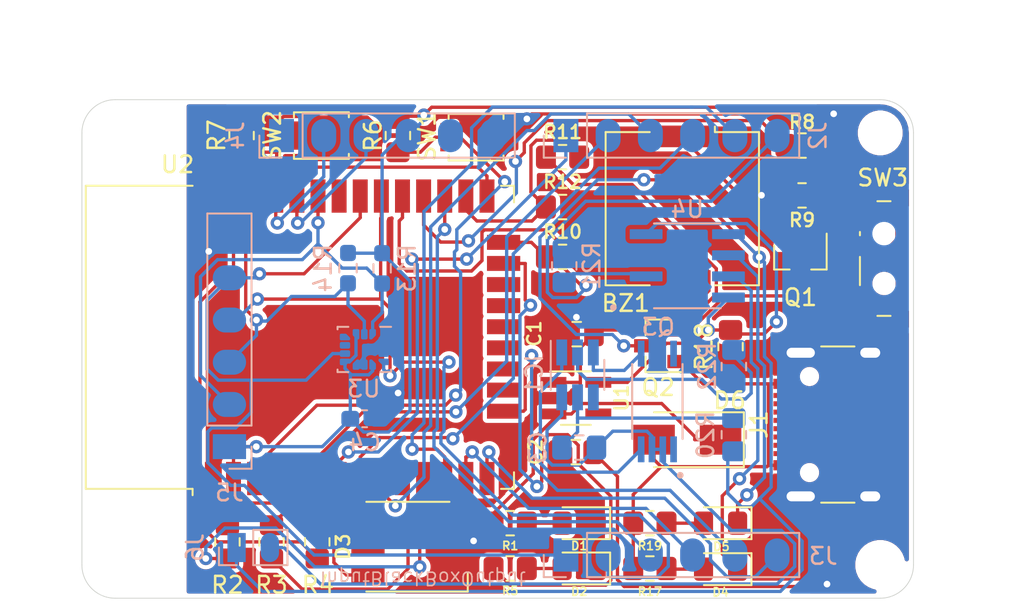
<source format=kicad_pcb>
(kicad_pcb (version 20171130) (host pcbnew "(5.1.12)-1")
  (layers (0 F.Cu signal) (31 B.Cu signal) (34 B.Paste user) (35 F.Paste user) (36 B.SilkS user) (37 F.SilkS user) (38 B.Mask user) (39 F.Mask user) (44 Edge.Cuts user))
  (net 0 "")
  (net 1 GND)
  (net 2 "Net-(BZ1-Pad1)")
  (net 3 /EN)
  (net 4 VCC)
  (net 5 /IO0)
  (net 6 +3V3)
  (net 7 /BMS/BATT-)
  (net 8 /BMS/BATT+)
  (net 9 "Net-(D1-Pad2)")
  (net 10 /BMS/CHRG)
  (net 11 "Net-(D4-Pad2)")
  (net 12 /BMS/STDBY)
  (net 13 +5V)
  (net 14 "Net-(IC1-Pad3)")
  (net 15 "Net-(IC1-Pad2)")
  (net 16 "Net-(IC1-Pad1)")
  (net 17 /BUZZER)
  (net 18 /IO35)
  (net 19 /IO34)
  (net 20 /IO33)
  (net 21 /IO16)
  (net 22 /IO32)
  (net 23 /IO27)
  (net 24 /IO14)
  (net 25 /IO13)
  (net 26 /IO12)
  (net 27 /IO5)
  (net 28 /IO4)
  (net 29 /RX)
  (net 30 /TX)
  (net 31 /IO2)
  (net 32 "Net-(SW3-Pad1)")
  (net 33 "Net-(C3-Pad1)")
  (net 34 "Net-(Q1-Pad1)")
  (net 35 "Net-(D2-Pad2)")
  (net 36 "Net-(D3-Pad6)")
  (net 37 "Net-(D3-Pad5)")
  (net 38 "Net-(D3-Pad4)")
  (net 39 "Net-(D5-Pad2)")
  (net 40 /IO15)
  (net 41 "Net-(R21-Pad1)")
  (net 42 /LED-B)
  (net 43 /LED-G)
  (net 44 /LED-R)
  (net 45 SDA)
  (net 46 SCL)
  (net 47 INT1)
  (net 48 INT2)
  (module Capacitor_SMD:C_0603_1608Metric_Pad1.08x0.95mm_HandSolder (layer B.Cu) (at 120 104.2)
    (fp_text reference C4 (at 0 1.43) (layer B.SilkS) (effects (justify mirror)))
    (fp_text value 100nF)
    (pad 2 smd roundrect (at 0.8625 0) (size 1.075 0.95) (layers B.Cu B.Paste B.Mask) (net 1 GND))
    (pad 1 smd roundrect (at -0.8625 0) (size 1.075 0.95) (layers B.Cu B.Paste B.Mask) (net 6 +3V3))
  )
  (module Resistor_SMD:R_0603_1608Metric_Pad0.98x0.95mm_HandSolder (layer B.Cu) (at 121.05 95.15 90)
    (fp_text reference R13 (at 0 1.5 90) (layer B.SilkS) (effects (justify mirror)))
    (fp_text value 10k)
    (pad 2 smd roundrect (at 0.9125 0 90) (size 0.975 0.95) (layers B.Cu B.Paste B.Mask) (net 6 +3V3))
    (pad 1 smd roundrect (at -0.9125 0 90) (size 0.975 0.95) (layers B.Cu B.Paste B.Mask) (net 45 SDA))
  )
  (module Resistor_SMD:R_0603_1608Metric_Pad0.98x0.95mm_HandSolder (layer B.Cu) (at 119 95.1375 90)
    (fp_text reference R14 (at 0 -1.5 90) (layer B.SilkS) (effects (justify mirror)))
    (fp_text value 10k)
    (pad 2 smd roundrect (at 0.9125 0 90) (size 0.975 0.95) (layers B.Cu B.Paste B.Mask) (net 6 +3V3))
    (pad 1 smd roundrect (at -0.9125 0 90) (size 0.975 0.95) (layers B.Cu B.Paste B.Mask) (net 46 SCL))
  )
  (module Board:USB_C_Receptacle_HRO_TYPE-C-31-M-12 (layer F.Cu) (at 149.35 104.55 90)
    (fp_text reference J1 (at 0 -5.645 90) (layer F.SilkS))
    (fp_text value USB_C_Receptacle_USB2.0)
    (pad B1 smd rect (at 3.25 -4.045 90) (size 0.6 1.45) (layers F.Cu F.Paste F.Mask) (net 1 GND))
    (pad A9 smd rect (at 2.45 -4.045 90) (size 0.6 1.45) (layers F.Cu F.Paste F.Mask) (net 13 +5V))
    (pad B9 smd rect (at -2.45 -4.045 90) (size 0.6 1.45) (layers F.Cu F.Paste F.Mask) (net 13 +5V))
    (pad B12 smd rect (at -3.25 -4.045 90) (size 0.6 1.45) (layers F.Cu F.Paste F.Mask) (net 1 GND))
    (pad A1 smd rect (at -3.25 -4.045 90) (size 0.6 1.45) (layers F.Cu F.Paste F.Mask) (net 1 GND))
    (pad A4 smd rect (at -2.45 -4.045 90) (size 0.6 1.45) (layers F.Cu F.Paste F.Mask) (net 13 +5V))
    (pad B4 smd rect (at 2.45 -4.045 90) (size 0.6 1.45) (layers F.Cu F.Paste F.Mask) (net 13 +5V))
    (pad A12 smd rect (at 3.25 -4.045 90) (size 0.6 1.45) (layers F.Cu F.Paste F.Mask) (net 1 GND))
    (pad B8 smd rect (at -1.75 -4.045 90) (size 0.3 1.45) (layers F.Cu F.Paste F.Mask))
    (pad A5 smd rect (at -1.25 -4.045 90) (size 0.3 1.45) (layers F.Cu F.Paste F.Mask))
    (pad B7 smd rect (at -0.75 -4.045 90) (size 0.3 1.45) (layers F.Cu F.Paste F.Mask))
    (pad A7 smd rect (at 0.25 -4.045 90) (size 0.3 1.45) (layers F.Cu F.Paste F.Mask))
    (pad B6 smd rect (at 0.75 -4.045 90) (size 0.3 1.45) (layers F.Cu F.Paste F.Mask))
    (pad A8 smd rect (at 1.25 -4.045 90) (size 0.3 1.45) (layers F.Cu F.Paste F.Mask))
    (pad B5 smd rect (at 1.75 -4.045 90) (size 0.3 1.45) (layers F.Cu F.Paste F.Mask))
    (pad A6 smd rect (at -0.25 -4.045 90) (size 0.3 1.45) (layers F.Cu F.Paste F.Mask))
    (pad S1 thru_hole oval (at 4.32 -3.13 90) (size 1 2.1) (drill oval 0.6 1.7) (layers *.Cu *.Mask) (net 1 GND))
    (pad S1 thru_hole oval (at -4.32 -3.13 90) (size 1 2.1) (drill oval 0.6 1.7) (layers *.Cu *.Mask) (net 1 GND))
    (pad "" np_thru_hole circle (at -2.89 -2.6 90) (size 0.65 0.65) (drill 0.65) (layers *.Cu *.Mask))
    (pad S1 thru_hole oval (at -4.32 1.05 90) (size 1 1.6) (drill oval 0.6 1.2) (layers *.Cu *.Mask) (net 1 GND))
    (pad "" np_thru_hole circle (at 2.89 -2.6 90) (size 0.65 0.65) (drill 0.65) (layers *.Cu *.Mask))
    (pad S1 thru_hole oval (at 4.32 1.05 90) (size 1 1.6) (drill oval 0.6 1.2) (layers *.Cu *.Mask) (net 1 GND))
  )
  (module Package_LGA:LGA-14_3x2.5mm_P0.5mm_LayoutBorder3x4y (layer B.Cu) (at 119.98 100.03 180)
    (fp_text reference U3 (at 0.03 -2.37 180) (layer B.SilkS) (effects (justify mirror)))
    (fp_text value LSM6DS3)
    (pad 14 smd custom (at -0.5 0.9125 180) (size 0.223223 0.223223) (layers B.Cu B.Paste B.Mask) (net 45 SDA) (options (clearance outline) (anchor circle)) (primitives (gr_poly (pts (xy -0.125 0.2375) (xy 0.125 0.2375) (xy 0.125 -0.2375) (xy 0.081066 -0.2375) (xy -0.125 -0.031434)) (width 0.15))))
    (pad 13 smd roundrect (at 0 0.9125 180) (size 0.4 0.625) (layers B.Cu B.Paste B.Mask) (net 46 SCL))
    (pad 12 smd custom (at 0.5 0.9125 180) (size 0.223223 0.223223) (layers B.Cu B.Paste B.Mask) (net 6 +3V3) (options (clearance outline) (anchor circle)) (primitives (gr_poly (pts (xy -0.125 0.2375) (xy 0.125 0.2375) (xy 0.125 -0.031434) (xy -0.081066 -0.2375) (xy -0.125 -0.2375)) (width 0.15))))
    (pad 11 smd custom (at 1.1625 0.75 180) (size 0.223223 0.223223) (layers B.Cu B.Paste B.Mask) (options (clearance outline) (anchor circle)) (primitives (gr_poly (pts (xy -0.2375 -0.081066) (xy -0.031434 0.125) (xy 0.2375 0.125) (xy 0.2375 -0.125) (xy -0.2375 -0.125)) (width 0.15))))
    (pad 10 smd roundrect (at 1.1625 0.25 180) (size 0.625 0.4) (layers B.Cu B.Paste B.Mask))
    (pad 9 smd roundrect (at 1.1625 -0.25 180) (size 0.625 0.4) (layers B.Cu B.Paste B.Mask) (net 48 INT2))
    (pad 8 smd custom (at 1.1625 -0.75 180) (size 0.223223 0.223223) (layers B.Cu B.Paste B.Mask) (net 6 +3V3) (options (clearance outline) (anchor circle)) (primitives (gr_poly (pts (xy -0.2375 0.125) (xy 0.2375 0.125) (xy 0.2375 -0.125) (xy -0.031434 -0.125) (xy -0.2375 0.081066)) (width 0.15))))
    (pad 7 smd custom (at 0.5 -0.9125 180) (size 0.223223 0.223223) (layers B.Cu B.Paste B.Mask) (net 1 GND) (options (clearance outline) (anchor circle)) (primitives (gr_poly (pts (xy -0.125 0.2375) (xy -0.081066 0.2375) (xy 0.125 0.031434) (xy 0.125 -0.2375) (xy -0.125 -0.2375)) (width 0.15))))
    (pad 6 smd roundrect (at 0 -0.9125 180) (size 0.4 0.625) (layers B.Cu B.Paste B.Mask) (net 1 GND))
    (pad 5 smd custom (at -0.5 -0.9125 180) (size 0.223223 0.223223) (layers B.Cu B.Paste B.Mask) (net 6 +3V3) (options (clearance outline) (anchor circle)) (primitives (gr_poly (pts (xy -0.125 0.031434) (xy 0.081066 0.2375) (xy 0.125 0.2375) (xy 0.125 -0.2375) (xy -0.125 -0.2375)) (width 0.15))))
    (pad 4 smd custom (at -1.1625 -0.75 180) (size 0.223223 0.223223) (layers B.Cu B.Paste B.Mask) (net 47 INT1) (options (clearance outline) (anchor circle)) (primitives (gr_poly (pts (xy -0.2375 0.125) (xy 0.2375 0.125) (xy 0.2375 0.081066) (xy 0.031434 -0.125) (xy -0.2375 -0.125)) (width 0.15))))
    (pad 3 smd roundrect (at -1.1625 -0.25 180) (size 0.625 0.4) (layers B.Cu B.Paste B.Mask) (net 1 GND))
    (pad 2 smd roundrect (at -1.1625 0.25 180) (size 0.625 0.4) (layers B.Cu B.Paste B.Mask) (net 1 GND))
    (pad 1 smd custom (at -1.1625 0.75 180) (size 0.223223 0.223223) (layers B.Cu B.Paste B.Mask) (net 1 GND) (options (clearance outline) (anchor circle)) (primitives (gr_poly (pts (xy -0.2375 0.125) (xy 0.031434 0.125) (xy 0.2375 -0.081066) (xy 0.2375 -0.125) (xy -0.2375 -0.125)) (width 0.15))))
  )
  (module Board:SolderWire_1x06_P2.54mm (layer B.Cu) (at 111.87 105.88)
    (fp_text reference J5 (at 0 2.77) (layer B.SilkS) (effects (justify mirror)))
    (fp_text value Conn_01x04)
    (pad 1 smd rect (at 0 0) (size 2 1.5) (layers B.Cu B.Paste B.Mask) (net 6 +3V3))
    (pad 2 smd oval (at 0 -2.54) (size 2 1.5) (layers B.Cu B.Paste B.Mask) (net 45 SDA))
    (pad 3 smd oval (at 0 -5.08) (size 2 1.5) (layers B.Cu B.Paste B.Mask) (net 46 SCL))
    (pad 4 smd oval (at 0 -7.62) (size 2 1.5) (layers B.Cu B.Paste B.Mask) (net 47 INT1))
    (pad 5 smd oval (at 0 -10.16) (size 2 1.5) (layers B.Cu B.Paste B.Mask) (net 48 INT2))
    (pad 6 smd oval (at 0 -12.7) (size 2 1.5) (layers B.Cu B.Paste B.Mask) (net 1 GND))
  )
  (module Board:ESP32-WROOM-32 (layer F.Cu) (at 119.1 99.3 90)
    (fp_text reference U2 (at 10.4 -10.35) (layer F.SilkS))
    (fp_text value ESP32-WROOM-32D)
    (pad 38 smd rect (at 8.5 -8.255 90) (size 2 0.9) (layers F.Cu F.Paste F.Mask) (net 1 GND))
    (pad 37 smd rect (at 8.5 -6.985 90) (size 2 0.9) (layers F.Cu F.Paste F.Mask) (net 44 /LED-R))
    (pad 36 smd rect (at 8.5 -5.715 90) (size 2 0.9) (layers F.Cu F.Paste F.Mask) (net 46 SCL))
    (pad 35 smd rect (at 8.5 -4.445 90) (size 2 0.9) (layers F.Cu F.Paste F.Mask) (net 30 /TX))
    (pad 34 smd rect (at 8.5 -3.175 90) (size 2 0.9) (layers F.Cu F.Paste F.Mask) (net 29 /RX))
    (pad 33 smd rect (at 8.5 -1.905 90) (size 2 0.9) (layers F.Cu F.Paste F.Mask) (net 45 SDA))
    (pad 32 smd rect (at 8.5 -0.635 90) (size 2 0.9) (layers F.Cu F.Paste F.Mask))
    (pad 31 smd rect (at 8.5 0.635 90) (size 2 0.9) (layers F.Cu F.Paste F.Mask) (net 48 INT2))
    (pad 30 smd rect (at 8.5 1.905 90) (size 2 0.9) (layers F.Cu F.Paste F.Mask) (net 47 INT1))
    (pad 29 smd rect (at 8.5 3.175 90) (size 2 0.9) (layers F.Cu F.Paste F.Mask) (net 27 /IO5))
    (pad 28 smd rect (at 8.5 4.445 90) (size 2 0.9) (layers F.Cu F.Paste F.Mask) (net 17 /BUZZER))
    (pad 27 smd rect (at 8.5 5.715 90) (size 2 0.9) (layers F.Cu F.Paste F.Mask) (net 21 /IO16))
    (pad 26 smd rect (at 8.5 6.985 90) (size 2 0.9) (layers F.Cu F.Paste F.Mask) (net 28 /IO4))
    (pad 25 smd rect (at 8.5 8.255 90) (size 2 0.9) (layers F.Cu F.Paste F.Mask) (net 5 /IO0))
    (pad 24 smd rect (at 5.715 9.255 180) (size 2 0.9) (layers F.Cu F.Paste F.Mask) (net 31 /IO2))
    (pad 23 smd rect (at 4.445 9.255 180) (size 2 0.9) (layers F.Cu F.Paste F.Mask) (net 40 /IO15))
    (pad 22 smd rect (at 3.175 9.255 180) (size 2 0.9) (layers F.Cu F.Paste F.Mask))
    (pad 21 smd rect (at 1.905 9.255 180) (size 2 0.9) (layers F.Cu F.Paste F.Mask))
    (pad 20 smd rect (at 0.635 9.255 180) (size 2 0.9) (layers F.Cu F.Paste F.Mask))
    (pad 19 smd rect (at -0.635 9.255 180) (size 2 0.9) (layers F.Cu F.Paste F.Mask))
    (pad 18 smd rect (at -1.905 9.255 180) (size 2 0.9) (layers F.Cu F.Paste F.Mask))
    (pad 17 smd rect (at -3.175 9.255 180) (size 2 0.9) (layers F.Cu F.Paste F.Mask))
    (pad 16 smd rect (at -4.445 9.255 180) (size 2 0.9) (layers F.Cu F.Paste F.Mask) (net 25 /IO13))
    (pad 15 smd rect (at -5.715 9.255 180) (size 2 0.9) (layers F.Cu F.Paste F.Mask) (net 1 GND))
    (pad 14 smd rect (at -8.5 8.255 90) (size 2 0.9) (layers F.Cu F.Paste F.Mask) (net 26 /IO12))
    (pad 13 smd rect (at -8.5 6.985 90) (size 2 0.9) (layers F.Cu F.Paste F.Mask) (net 24 /IO14))
    (pad 12 smd rect (at -8.5 5.715 90) (size 2 0.9) (layers F.Cu F.Paste F.Mask) (net 23 /IO27))
    (pad 11 smd rect (at -8.5 4.445 90) (size 2 0.9) (layers F.Cu F.Paste F.Mask) (net 42 /LED-B))
    (pad 10 smd rect (at -8.5 3.175 90) (size 2 0.9) (layers F.Cu F.Paste F.Mask) (net 43 /LED-G))
    (pad 9 smd rect (at -8.5 1.905 90) (size 2 0.9) (layers F.Cu F.Paste F.Mask) (net 20 /IO33))
    (pad 8 smd rect (at -8.5 0.635 90) (size 2 0.9) (layers F.Cu F.Paste F.Mask) (net 22 /IO32))
    (pad 7 smd rect (at -8.5 -0.635 90) (size 2 0.9) (layers F.Cu F.Paste F.Mask) (net 18 /IO35))
    (pad 6 smd rect (at -8.5 -1.905 90) (size 2 0.9) (layers F.Cu F.Paste F.Mask) (net 19 /IO34))
    (pad 5 smd rect (at -8.5 -3.175 90) (size 2 0.9) (layers F.Cu F.Paste F.Mask))
    (pad 4 smd rect (at -8.5 -4.445 90) (size 2 0.9) (layers F.Cu F.Paste F.Mask))
    (pad 3 smd rect (at -8.5 -5.715 90) (size 2 0.9) (layers F.Cu F.Paste F.Mask) (net 3 /EN))
    (pad 2 smd rect (at -8.5 -6.985 90) (size 2 0.9) (layers F.Cu F.Paste F.Mask) (net 6 +3V3))
    (pad 1 smd rect (at -8.5 -8.255 90) (size 2 0.9) (layers F.Cu F.Paste F.Mask) (net 1 GND))
    (pad 39 smd rect (at -1 -0.755 90) (size 5 5) (layers F.Cu F.Paste F.Mask) (net 1 GND))
  )
  (module Board:SolderWire_1x02_P2.00mm (layer B.Cu) (at 112.3 111.95 270)
    (fp_text reference J6 (at 0 2.5 90) (layer B.SilkS) (effects (justify mirror)))
    (fp_text value Conn_01x02_Female)
    (pad 1 smd rect (at 0 0 270) (size 1.75 1.1) (layers B.Cu B.Paste B.Mask) (net 8 /BMS/BATT+))
    (pad 2 smd oval (at 0 -2 270) (size 1.75 1.1) (layers B.Cu B.Paste B.Mask) (net 7 /BMS/BATT-))
  )
  (module Board:SolderWire_1x06_P2.54mm (layer B.Cu) (at 115 87.16 270)
    (fp_text reference J4 (at 0 2.77 270) (layer B.SilkS) (effects (justify mirror)))
    (fp_text value Conn_01x06_Female)
    (pad 1 smd rect (at 0 0 270) (size 2 1.5) (layers B.Cu B.Paste B.Mask))
    (pad 2 smd oval (at 0 -2.54 270) (size 2 1.5) (layers B.Cu B.Paste B.Mask) (net 30 /TX))
    (pad 3 smd oval (at 0 -5.08 270) (size 2 1.5) (layers B.Cu B.Paste B.Mask) (net 29 /RX))
    (pad 4 smd oval (at 0 -7.62 270) (size 2 1.5) (layers B.Cu B.Paste B.Mask) (net 6 +3V3))
    (pad 5 smd oval (at 0 -10.16 270) (size 2 1.5) (layers B.Cu B.Paste B.Mask))
    (pad 6 smd oval (at 0 -12.7 270) (size 2 1.5) (layers B.Cu B.Paste B.Mask) (net 1 GND))
  )
  (module Resistor_SMD:R_0805_2012Metric_Pad1.20x1.40mm_HandSolder (layer F.Cu) (at 128.75 113.21)
    (fp_text reference R5 (at 0 1.34) (layer F.SilkS) (effects (font (size 0.5 0.5) (thickness 0.1))))
    (fp_text value 12k)
    (pad 2 smd roundrect (at 1 0) (size 1.2 1.4) (layers F.Cu F.Paste F.Mask) (roundrect_rratio 0.208333) (net 35 "Net-(D2-Pad2)"))
    (pad 1 smd roundrect (at -1 0) (size 1.2 1.4) (layers F.Cu F.Paste F.Mask) (roundrect_rratio 0.208333) (net 40 /IO15))
  )
  (module LED_SMD:LED_0805_2012Metric_Pad1.15x1.40mm_HandSolder (layer F.Cu) (at 132.9 113.21 180)
    (fp_text reference D2 (at 0 -1.39) (layer F.SilkS) (effects (font (size 0.5 0.5) (thickness 0.1))))
    (fp_text value LED)
    (pad 2 smd roundrect (at 1.025 0 180) (size 1.15 1.4) (layers F.Cu F.Paste F.Mask) (roundrect_rratio 0.217391) (net 35 "Net-(D2-Pad2)"))
    (pad 1 smd roundrect (at -1.025 0 180) (size 1.15 1.4) (layers F.Cu F.Paste F.Mask) (roundrect_rratio 0.217391) (net 1 GND))
  )
  (module Resistor_SMD:R_0805_2012Metric_Pad1.20x1.40mm_HandSolder (layer F.Cu) (at 146.3 90.76)
    (fp_text reference R9 (at 0 1.49) (layer F.SilkS) (effects (font (size 0.8 0.8))))
    (fp_text value 10k)
    (pad 2 smd roundrect (at 1 0) (size 1.2 1.4) (layers F.Cu F.Paste F.Mask) (roundrect_rratio 0.208333) (net 1 GND))
    (pad 1 smd roundrect (at -1 0) (size 1.2 1.4) (layers F.Cu F.Paste F.Mask) (roundrect_rratio 0.208333) (net 34 "Net-(Q1-Pad1)"))
  )
  (module Resistor_SMD:R_0805_2012Metric_Pad1.20x1.40mm_HandSolder (layer F.Cu) (at 146.3 87.76)
    (fp_text reference R8 (at 0 -1.41) (layer F.SilkS) (effects (font (size 0.8 0.8))))
    (fp_text value 100R)
    (pad 2 smd roundrect (at 1 0) (size 1.2 1.4) (layers F.Cu F.Paste F.Mask) (roundrect_rratio 0.208333) (net 34 "Net-(Q1-Pad1)"))
    (pad 1 smd roundrect (at -1 0) (size 1.2 1.4) (layers F.Cu F.Paste F.Mask) (roundrect_rratio 0.208333) (net 17 /BUZZER))
  )
  (module Board:SolderWire_1x06_P2.54mm (layer B.Cu) (at 132.1 112.4 270)
    (fp_text reference J3 (at 0.065 -15.475) (layer B.SilkS) (effects (justify mirror)))
    (fp_text value Conn_01x06_Female)
    (pad 1 smd rect (at 0 0 270) (size 2 1.5) (layers B.Cu B.Paste B.Mask) (net 48 INT2))
    (pad 2 smd oval (at 0 -2.54 270) (size 2 1.5) (layers B.Cu B.Paste B.Mask) (net 47 INT1))
    (pad 3 smd oval (at 0 -5.08 270) (size 2 1.5) (layers B.Cu B.Paste B.Mask) (net 21 /IO16))
    (pad 4 smd oval (at 0 -7.62 270) (size 2 1.5) (layers B.Cu B.Paste B.Mask) (net 24 /IO14))
    (pad 5 smd oval (at 0 -10.16 270) (size 2 1.5) (layers B.Cu B.Paste B.Mask) (net 25 /IO13))
    (pad 6 smd oval (at 0 -12.7 270) (size 2 1.5) (layers B.Cu B.Paste B.Mask) (net 26 /IO12))
  )
  (module Board:SolderWire_1x06_P2.54mm (layer B.Cu) (at 132.1 87.16 270)
    (fp_text reference J2 (at 0.015 -15.15 270) (layer B.SilkS) (effects (justify mirror)))
    (fp_text value Conn_01x06_Female)
    (pad 1 smd rect (at 0 0 270) (size 2 1.5) (layers B.Cu B.Paste B.Mask) (net 18 /IO35))
    (pad 2 smd oval (at 0 -2.54 270) (size 2 1.5) (layers B.Cu B.Paste B.Mask) (net 19 /IO34))
    (pad 3 smd oval (at 0 -5.08 270) (size 2 1.5) (layers B.Cu B.Paste B.Mask) (net 20 /IO33))
    (pad 4 smd oval (at 0 -7.62 270) (size 2 1.5) (layers B.Cu B.Paste B.Mask) (net 22 /IO32))
    (pad 5 smd oval (at 0 -10.16 270) (size 2 1.5) (layers B.Cu B.Paste B.Mask) (net 23 /IO27))
    (pad 6 smd oval (at 0 -12.7 270) (size 2 1.5) (layers B.Cu B.Paste B.Mask) (net 27 /IO5))
  )
  (module MountingHole:MountingHole_2.5mm (layer F.Cu) (at 151 113)
    (fp_text reference H4)
    (fp_text value MountingHole)
    (pad 1 np_thru_hole circle (at 0 0) (size 2.5 2.5) (drill 2.5) (layers *.Cu *.Mask))
  )
  (module Diode_SMD:D_SMA (layer F.Cu) (at 139.4 105.46 180)
    (fp_text reference D6 (at -2.55 2.36) (layer F.SilkS))
    (fp_text value D_Schottky)
    (pad 2 smd rect (at 2 0 180) (size 2.5 1.8) (layers F.Cu F.Paste F.Mask) (net 13 +5V))
    (pad 1 smd rect (at -2 0 180) (size 2.5 1.8) (layers F.Cu F.Paste F.Mask) (net 4 VCC))
  )
  (module Board:SOP127P600X175-9N (layer B.Cu) (at 139.4 95)
    (fp_text reference U4 (at 0 -3.4) (layer B.SilkS) (effects (justify mirror)))
    (fp_text value TP4056)
    (pad 9 smd rect (at 0 0) (size 2.413 3.302) (layers B.Cu B.Mask) (net 1 GND))
    (pad 8 smd roundrect (at 2.475 1.905) (size 1.97 0.6) (layers B.Cu B.Paste B.Mask) (roundrect_rratio 0.07000000000000001) (net 13 +5V))
    (pad 7 smd roundrect (at 2.475 0.635) (size 1.97 0.6) (layers B.Cu B.Paste B.Mask) (roundrect_rratio 0.07000000000000001) (net 10 /BMS/CHRG))
    (pad 6 smd roundrect (at 2.475 -0.635) (size 1.97 0.6) (layers B.Cu B.Paste B.Mask) (roundrect_rratio 0.07000000000000001) (net 12 /BMS/STDBY))
    (pad 5 smd roundrect (at 2.475 -1.905) (size 1.97 0.6) (layers B.Cu B.Paste B.Mask) (roundrect_rratio 0.07000000000000001) (net 8 /BMS/BATT+))
    (pad 4 smd roundrect (at -2.475 -1.905) (size 1.97 0.6) (layers B.Cu B.Paste B.Mask) (roundrect_rratio 0.07000000000000001) (net 13 +5V))
    (pad 3 smd roundrect (at -2.475 -0.635) (size 1.97 0.6) (layers B.Cu B.Paste B.Mask) (roundrect_rratio 0.07000000000000001) (net 1 GND))
    (pad 2 smd roundrect (at -2.475 0.635) (size 1.97 0.6) (layers B.Cu B.Paste B.Mask) (roundrect_rratio 0.07000000000000001) (net 41 "Net-(R21-Pad1)"))
    (pad 1 smd roundrect (at -2.475 1.905) (size 1.97 0.6) (layers B.Cu B.Paste B.Mask) (roundrect_rratio 0.07000000000000001) (net 1 GND))
  )
  (module Board:SOP65P640X120-8N (layer B.Cu) (at 137.6 103.16 90)
    (fp_text reference Q3 (at 4.485 0.05) (layer B.SilkS) (effects (justify mirror)))
    (fp_text value FS8205A)
    (pad 8 smd roundrect (at 2.88 0.975 90) (size 1.56 0.4) (layers B.Cu B.Paste B.Mask) (roundrect_rratio 0.05))
    (pad 7 smd roundrect (at 2.88 0.325 90) (size 1.56 0.4) (layers B.Cu B.Paste B.Mask) (roundrect_rratio 0.05) (net 1 GND))
    (pad 6 smd roundrect (at 2.88 -0.325 90) (size 1.56 0.4) (layers B.Cu B.Paste B.Mask) (roundrect_rratio 0.05) (net 1 GND))
    (pad 5 smd roundrect (at 2.88 -0.975 90) (size 1.56 0.4) (layers B.Cu B.Paste B.Mask) (roundrect_rratio 0.05) (net 14 "Net-(IC1-Pad3)"))
    (pad 4 smd roundrect (at -2.88 -0.975 90) (size 1.56 0.4) (layers B.Cu B.Paste B.Mask) (roundrect_rratio 0.05) (net 16 "Net-(IC1-Pad1)"))
    (pad 3 smd roundrect (at -2.88 -0.325 90) (size 1.56 0.4) (layers B.Cu B.Paste B.Mask) (roundrect_rratio 0.05) (net 7 /BMS/BATT-))
    (pad 2 smd roundrect (at -2.88 0.325 90) (size 1.56 0.4) (layers B.Cu B.Paste B.Mask) (roundrect_rratio 0.05) (net 7 /BMS/BATT-))
    (pad 1 smd roundrect (at -2.88 0.975 90) (size 1.56 0.4) (layers B.Cu B.Paste B.Mask) (roundrect_rratio 0.05))
  )
  (module Package_TO_SOT_SMD:SOT-23-6_Handsoldering (layer B.Cu) (at 132.8 101.56 270)
    (fp_text reference IC1 (at -0.01 2.6 270) (layer B.SilkS) (effects (justify mirror)))
    (fp_text value DW01A)
    (pad 5 smd rect (at 1.35 0 270) (size 1.56 0.65) (layers B.Cu B.Paste B.Mask) (net 33 "Net-(C3-Pad1)"))
    (pad 6 smd rect (at 1.35 0.95 270) (size 1.56 0.65) (layers B.Cu B.Paste B.Mask) (net 7 /BMS/BATT-))
    (pad 4 smd rect (at 1.35 -0.95 270) (size 1.56 0.65) (layers B.Cu B.Paste B.Mask))
    (pad 3 smd rect (at -1.35 -0.95 270) (size 1.56 0.65) (layers B.Cu B.Paste B.Mask) (net 14 "Net-(IC1-Pad3)"))
    (pad 2 smd rect (at -1.35 0 270) (size 1.56 0.65) (layers B.Cu B.Paste B.Mask) (net 15 "Net-(IC1-Pad2)"))
    (pad 1 smd rect (at -1.35 0.95 270) (size 1.56 0.65) (layers B.Cu B.Paste B.Mask) (net 16 "Net-(IC1-Pad1)"))
  )
  (module Board:SW-SPDT-PCM12 (layer F.Cu) (at 150.9 94.56 90)
    (fp_text reference SW3 (at 4.86 0.25 180) (layer F.SilkS))
    (fp_text value SW_SPST)
    (pad "" np_thru_hole circle (at -1.5 0.33 90) (size 0.9 0.9) (drill 0.9) (layers *.Cu *.Mask))
    (pad "" np_thru_hole circle (at 1.5 0.33 90) (size 0.9 0.9) (drill 0.9) (layers *.Cu *.Mask))
    (pad 1 smd rect (at -2.25 -1.43 90) (size 0.7 1.5) (layers F.Cu F.Paste F.Mask) (net 32 "Net-(SW3-Pad1)"))
    (pad 2 smd rect (at 0.75 -1.43 90) (size 0.7 1.5) (layers F.Cu F.Paste F.Mask) (net 6 +3V3))
    (pad 3 smd rect (at 2.25 -1.43 90) (size 0.7 1.5) (layers F.Cu F.Paste F.Mask))
    (pad "" smd rect (at -3.65 1.43 90) (size 1 0.8) (layers F.Cu F.Paste F.Mask))
    (pad "" smd rect (at 3.65 1.43 90) (size 1 0.8) (layers F.Cu F.Paste F.Mask))
    (pad "" smd rect (at 3.65 -0.78 90) (size 1 0.8) (layers F.Cu F.Paste F.Mask))
    (pad "" smd rect (at -3.65 -0.78 90) (size 1 0.8) (layers F.Cu F.Paste F.Mask))
  )
  (module Package_TO_SOT_SMD:SOT-23-5_HandSoldering (layer F.Cu) (at 132.7 102.96)
    (fp_text reference U1 (at 2.75 -0.01 90) (layer F.SilkS) (effects (font (size 0.8 0.8))))
    (fp_text value ME6211)
    (pad 5 smd rect (at 1.35 -0.95) (size 1.56 0.65) (layers F.Cu F.Paste F.Mask) (net 32 "Net-(SW3-Pad1)"))
    (pad 4 smd rect (at 1.35 0.95) (size 1.56 0.65) (layers F.Cu F.Paste F.Mask))
    (pad 3 smd rect (at -1.35 0.95) (size 1.56 0.65) (layers F.Cu F.Paste F.Mask) (net 4 VCC))
    (pad 2 smd rect (at -1.35 0) (size 1.56 0.65) (layers F.Cu F.Paste F.Mask) (net 1 GND))
    (pad 1 smd rect (at -1.35 -0.95) (size 1.56 0.65) (layers F.Cu F.Paste F.Mask) (net 4 VCC))
  )
  (module LED_SMD:LED_RGB_5050-6 (layer F.Cu) (at 122.6 111.9 180)
    (fp_text reference D3 (at 3.9 0 90) (layer F.SilkS) (effects (font (size 0.8 0.8))))
    (fp_text value LED_RGB)
    (pad 6 smd rect (at 2.4 -1.7 270) (size 1.1 2) (layers F.Cu F.Paste F.Mask) (net 36 "Net-(D3-Pad6)"))
    (pad 5 smd rect (at 2.4 0 270) (size 1.1 2) (layers F.Cu F.Paste F.Mask) (net 37 "Net-(D3-Pad5)"))
    (pad 4 smd rect (at 2.4 1.7 270) (size 1.1 2) (layers F.Cu F.Paste F.Mask) (net 38 "Net-(D3-Pad4)"))
    (pad 3 smd rect (at -2.4 1.7 270) (size 1.1 2) (layers F.Cu F.Paste F.Mask) (net 1 GND))
    (pad 2 smd rect (at -2.4 0 270) (size 1.1 2) (layers F.Cu F.Paste F.Mask) (net 1 GND))
    (pad 1 smd rect (at -2.4 -1.7 270) (size 1.1 2) (layers F.Cu F.Paste F.Mask) (net 1 GND))
  )
  (module Button_Switch_SMD:SW_SPST_B3U-1000P (layer F.Cu) (at 117.4 87.16)
    (fp_text reference SW2 (at -2.95 -0.01 90) (layer F.SilkS))
    (fp_text value SW_Push)
    (pad 2 smd rect (at 1.7 0) (size 0.9 1.7) (layers F.Cu F.Paste F.Mask) (net 1 GND))
    (pad 1 smd rect (at -1.7 0) (size 0.9 1.7) (layers F.Cu F.Paste F.Mask) (net 5 /IO0))
  )
  (module Button_Switch_SMD:SW_SPST_B3U-1000P (layer F.Cu) (at 126.7 87.26)
    (fp_text reference SW1 (at -2.95 -0.06 90) (layer F.SilkS))
    (fp_text value SW_Push)
    (pad 2 smd rect (at 1.7 0) (size 0.9 1.7) (layers F.Cu F.Paste F.Mask) (net 1 GND))
    (pad 1 smd rect (at -1.7 0) (size 0.9 1.7) (layers F.Cu F.Paste F.Mask) (net 3 /EN))
  )
  (module MountingHole:MountingHole_2.5mm (layer F.Cu) (at 105 113)
    (fp_text reference H3)
    (fp_text value MountingHole)
    (pad 1 np_thru_hole circle (at 0 0) (size 2.5 2.5) (drill 2.5) (layers *.Cu *.Mask))
  )
  (module MountingHole:MountingHole_2.2mm_M2 (layer F.Cu) (at 105 87)
    (fp_text reference H2)
    (fp_text value MountingHole)
    (pad 1 np_thru_hole circle (at 0 0) (size 2.2 2.2) (drill 2.2) (layers *.Cu *.Mask))
  )
  (module MountingHole:MountingHole_2.2mm_M2 (layer F.Cu) (at 151 87)
    (fp_text reference H1)
    (fp_text value MountingHole)
    (pad 1 np_thru_hole circle (at 0 0) (size 2.2 2.2) (drill 2.2) (layers *.Cu *.Mask))
  )
  (module Resistor_SMD:R_0805_2012Metric_Pad1.20x1.40mm_HandSolder (layer F.Cu) (at 131.9 91.46)
    (fp_text reference R12 (at 0 -1.51) (layer F.SilkS) (effects (font (size 0.8 0.8))))
    (fp_text value 10k)
    (pad 2 smd roundrect (at 1 0) (size 1.2 1.4) (layers F.Cu F.Paste F.Mask) (roundrect_rratio 0.208333) (net 1 GND))
    (pad 1 smd roundrect (at -1 0) (size 1.2 1.4) (layers F.Cu F.Paste F.Mask) (roundrect_rratio 0.208333) (net 28 /IO4))
  )
  (module Resistor_SMD:R_0805_2012Metric_Pad1.20x1.40mm_HandSolder (layer F.Cu) (at 131.9 88.46)
    (fp_text reference R11 (at 0 -1.51) (layer F.SilkS) (effects (font (size 0.8 0.8))))
    (fp_text value 10k)
    (pad 2 smd roundrect (at 1 0) (size 1.2 1.4) (layers F.Cu F.Paste F.Mask) (roundrect_rratio 0.208333) (net 28 /IO4))
    (pad 1 smd roundrect (at -1 0) (size 1.2 1.4) (layers F.Cu F.Paste F.Mask) (roundrect_rratio 0.208333) (net 4 VCC))
  )
  (module Resistor_SMD:R_0805_2012Metric_Pad1.20x1.40mm_HandSolder (layer B.Cu) (at 142.2 101.06 90)
    (fp_text reference R22 (at 0.01 -1.6 270) (layer B.SilkS) (effects (justify mirror)))
    (fp_text value 1k)
    (pad 2 smd roundrect (at 1 0 90) (size 1.2 1.4) (layers B.Cu B.Paste B.Mask) (roundrect_rratio 0.208333) (net 15 "Net-(IC1-Pad2)"))
    (pad 1 smd roundrect (at -1 0 90) (size 1.2 1.4) (layers B.Cu B.Paste B.Mask) (roundrect_rratio 0.208333) (net 1 GND))
  )
  (module Resistor_SMD:R_0805_2012Metric_Pad1.20x1.40mm_HandSolder (layer B.Cu) (at 132 95 90)
    (fp_text reference R21 (at 0 1.65 270) (layer B.SilkS) (effects (justify mirror)))
    (fp_text value 1.2k)
    (pad 2 smd roundrect (at 1 0 90) (size 1.2 1.4) (layers B.Cu B.Paste B.Mask) (roundrect_rratio 0.208333) (net 1 GND))
    (pad 1 smd roundrect (at -1 0 90) (size 1.2 1.4) (layers B.Cu B.Paste B.Mask) (roundrect_rratio 0.208333) (net 41 "Net-(R21-Pad1)"))
  )
  (module Resistor_SMD:R_0805_2012Metric_Pad1.20x1.40mm_HandSolder (layer B.Cu) (at 142.2 105.16 90)
    (fp_text reference R20 (at -0.015 -1.7 -90) (layer B.SilkS) (effects (justify mirror)))
    (fp_text value 100R)
    (pad 2 smd roundrect (at 1 0 90) (size 1.2 1.4) (layers B.Cu B.Paste B.Mask) (roundrect_rratio 0.208333) (net 33 "Net-(C3-Pad1)"))
    (pad 1 smd roundrect (at -1 0 90) (size 1.2 1.4) (layers B.Cu B.Paste B.Mask) (roundrect_rratio 0.208333) (net 8 /BMS/BATT+))
  )
  (module Resistor_SMD:R_0805_2012Metric_Pad1.20x1.40mm_HandSolder (layer F.Cu) (at 137.15 110.485)
    (fp_text reference R19 (at 0 1.365) (layer F.SilkS) (effects (font (size 0.5 0.5) (thickness 0.1))))
    (fp_text value 1k)
    (pad 2 smd roundrect (at 1 0) (size 1.2 1.4) (layers F.Cu F.Paste F.Mask) (roundrect_rratio 0.208333) (net 39 "Net-(D5-Pad2)"))
    (pad 1 smd roundrect (at -1 0) (size 1.2 1.4) (layers F.Cu F.Paste F.Mask) (roundrect_rratio 0.208333) (net 13 +5V))
  )
  (module Resistor_SMD:R_0805_2012Metric_Pad1.20x1.40mm_HandSolder (layer F.Cu) (at 142 99.86 270)
    (fp_text reference R18 (at 0 1.6 90) (layer F.SilkS))
    (fp_text value 10k)
    (pad 2 smd roundrect (at 1 0 270) (size 1.2 1.4) (layers F.Cu F.Paste F.Mask) (roundrect_rratio 0.208333) (net 1 GND))
    (pad 1 smd roundrect (at -1 0 270) (size 1.2 1.4) (layers F.Cu F.Paste F.Mask) (roundrect_rratio 0.208333) (net 13 +5V))
  )
  (module Resistor_SMD:R_0805_2012Metric_Pad1.20x1.40mm_HandSolder (layer F.Cu) (at 137.15 113.21)
    (fp_text reference R17 (at 0 1.39) (layer F.SilkS) (effects (font (size 0.5 0.5) (thickness 0.1))))
    (fp_text value 1k)
    (pad 2 smd roundrect (at 1 0) (size 1.2 1.4) (layers F.Cu F.Paste F.Mask) (roundrect_rratio 0.208333) (net 11 "Net-(D4-Pad2)"))
    (pad 1 smd roundrect (at -1 0) (size 1.2 1.4) (layers F.Cu F.Paste F.Mask) (roundrect_rratio 0.208333) (net 13 +5V))
  )
  (module Resistor_SMD:R_0805_2012Metric_Pad1.20x1.40mm_HandSolder (layer F.Cu) (at 131.9 94.46)
    (fp_text reference R10 (at 0 -1.51) (layer F.SilkS) (effects (font (size 0.8 0.8))))
    (fp_text value 5k)
    (pad 2 smd roundrect (at 1 0) (size 1.2 1.4) (layers F.Cu F.Paste F.Mask) (roundrect_rratio 0.208333) (net 1 GND))
    (pad 1 smd roundrect (at -1 0) (size 1.2 1.4) (layers F.Cu F.Paste F.Mask) (roundrect_rratio 0.208333) (net 31 /IO2))
  )
  (module Resistor_SMD:R_0805_2012Metric_Pad1.20x1.40mm_HandSolder (layer F.Cu) (at 112.6 87.16 270)
    (fp_text reference R7 (at 0 1.5 90) (layer F.SilkS))
    (fp_text value 5k)
    (pad 2 smd roundrect (at 1 0 270) (size 1.2 1.4) (layers F.Cu F.Paste F.Mask) (roundrect_rratio 0.208333) (net 5 /IO0))
    (pad 1 smd roundrect (at -1 0 270) (size 1.2 1.4) (layers F.Cu F.Paste F.Mask) (roundrect_rratio 0.208333) (net 6 +3V3))
  )
  (module Resistor_SMD:R_0805_2012Metric_Pad1.20x1.40mm_HandSolder (layer F.Cu) (at 122 87.16 270)
    (fp_text reference R6 (at 0 1.5 90) (layer F.SilkS))
    (fp_text value 12k)
    (pad 2 smd roundrect (at 1 0 270) (size 1.2 1.4) (layers F.Cu F.Paste F.Mask) (roundrect_rratio 0.208333) (net 3 /EN))
    (pad 1 smd roundrect (at -1 0 270) (size 1.2 1.4) (layers F.Cu F.Paste F.Mask) (roundrect_rratio 0.208333) (net 6 +3V3))
  )
  (module Resistor_SMD:R_0805_2012Metric_Pad1.20x1.40mm_HandSolder (layer F.Cu) (at 117.15 111.61 270)
    (fp_text reference R4 (at 2.59 -0.05 180) (layer F.SilkS))
    (fp_text value 10k)
    (pad 2 smd roundrect (at 1 0 270) (size 1.2 1.4) (layers F.Cu F.Paste F.Mask) (roundrect_rratio 0.208333) (net 44 /LED-R))
    (pad 1 smd roundrect (at -1 0 270) (size 1.2 1.4) (layers F.Cu F.Paste F.Mask) (roundrect_rratio 0.208333) (net 36 "Net-(D3-Pad6)"))
  )
  (module Resistor_SMD:R_0805_2012Metric_Pad1.20x1.40mm_HandSolder (layer F.Cu) (at 114.4 111.61 270)
    (fp_text reference R3 (at 2.59 0 180) (layer F.SilkS))
    (fp_text value 10k)
    (pad 2 smd roundrect (at 1 0 270) (size 1.2 1.4) (layers F.Cu F.Paste F.Mask) (roundrect_rratio 0.208333) (net 43 /LED-G))
    (pad 1 smd roundrect (at -1 0 270) (size 1.2 1.4) (layers F.Cu F.Paste F.Mask) (roundrect_rratio 0.208333) (net 37 "Net-(D3-Pad5)"))
  )
  (module Resistor_SMD:R_0805_2012Metric_Pad1.20x1.40mm_HandSolder (layer F.Cu) (at 111.75 111.61 270)
    (fp_text reference R2 (at 2.59 0 180) (layer F.SilkS))
    (fp_text value 10k)
    (pad 2 smd roundrect (at 1 0 270) (size 1.2 1.4) (layers F.Cu F.Paste F.Mask) (roundrect_rratio 0.208333) (net 42 /LED-B))
    (pad 1 smd roundrect (at -1 0 270) (size 1.2 1.4) (layers F.Cu F.Paste F.Mask) (roundrect_rratio 0.208333) (net 38 "Net-(D3-Pad4)"))
  )
  (module Resistor_SMD:R_0805_2012Metric_Pad1.20x1.40mm_HandSolder (layer F.Cu) (at 128.75 110.485)
    (fp_text reference R1 (at 0 1.365) (layer F.SilkS) (effects (font (size 0.5 0.5) (thickness 0.1))))
    (fp_text value 12k)
    (pad 2 smd roundrect (at 1 0) (size 1.2 1.4) (layers F.Cu F.Paste F.Mask) (roundrect_rratio 0.208333) (net 9 "Net-(D1-Pad2)"))
    (pad 1 smd roundrect (at -1 0) (size 1.2 1.4) (layers F.Cu F.Paste F.Mask) (roundrect_rratio 0.208333) (net 4 VCC))
  )
  (module Package_TO_SOT_SMD:SOT-23 (layer F.Cu) (at 137.65 99.81 180)
    (fp_text reference Q2 (at 0 -2.5) (layer F.SilkS))
    (fp_text value AO3401A)
    (pad 3 smd rect (at 1 0 180) (size 0.9 0.8) (layers F.Cu F.Paste F.Mask) (net 8 /BMS/BATT+))
    (pad 2 smd rect (at -1 0.95 180) (size 0.9 0.8) (layers F.Cu F.Paste F.Mask) (net 4 VCC))
    (pad 1 smd rect (at -1 -0.95 180) (size 0.9 0.8) (layers F.Cu F.Paste F.Mask) (net 13 +5V))
  )
  (module Package_TO_SOT_SMD:SOT-23 (layer F.Cu) (at 146.2 94.46 270)
    (fp_text reference Q1 (at 2.44 0) (layer F.SilkS))
    (fp_text value AO3400A)
    (pad 3 smd rect (at 1 0 270) (size 0.9 0.8) (layers F.Cu F.Paste F.Mask) (net 6 +3V3))
    (pad 2 smd rect (at -1 0.95 270) (size 0.9 0.8) (layers F.Cu F.Paste F.Mask) (net 2 "Net-(BZ1-Pad1)"))
    (pad 1 smd rect (at -1 -0.95 270) (size 0.9 0.8) (layers F.Cu F.Paste F.Mask) (net 34 "Net-(Q1-Pad1)"))
  )
  (module LED_SMD:LED_0805_2012Metric_Pad1.15x1.40mm_HandSolder (layer F.Cu) (at 141.4 110.485 180)
    (fp_text reference D5 (at -0.05 -1.415 180) (layer F.SilkS) (effects (font (size 0.5 0.5) (thickness 0.1))))
    (fp_text value LED-BLUE)
    (pad 2 smd roundrect (at 1.025 0 180) (size 1.15 1.4) (layers F.Cu F.Paste F.Mask) (roundrect_rratio 0.217391) (net 39 "Net-(D5-Pad2)"))
    (pad 1 smd roundrect (at -1.025 0 180) (size 1.15 1.4) (layers F.Cu F.Paste F.Mask) (roundrect_rratio 0.217391) (net 12 /BMS/STDBY))
  )
  (module LED_SMD:LED_0805_2012Metric_Pad1.15x1.40mm_HandSolder (layer F.Cu) (at 141.4 113.25 180)
    (fp_text reference D4 (at 0 -1.39) (layer F.SilkS) (effects (font (size 0.5 0.5) (thickness 0.1))))
    (fp_text value LED-RED)
    (pad 2 smd roundrect (at 1.025 0 180) (size 1.15 1.4) (layers F.Cu F.Paste F.Mask) (roundrect_rratio 0.217391) (net 11 "Net-(D4-Pad2)"))
    (pad 1 smd roundrect (at -1.025 0 180) (size 1.15 1.4) (layers F.Cu F.Paste F.Mask) (roundrect_rratio 0.217391) (net 10 /BMS/CHRG))
  )
  (module LED_SMD:LED_0805_2012Metric_Pad1.15x1.40mm_HandSolder (layer F.Cu) (at 132.9 110.485 180)
    (fp_text reference D1 (at 0 -1.365) (layer F.SilkS) (effects (font (size 0.5 0.5) (thickness 0.1))))
    (fp_text value LED)
    (pad 2 smd roundrect (at 1.025 0 180) (size 1.15 1.4) (layers F.Cu F.Paste F.Mask) (roundrect_rratio 0.217391) (net 9 "Net-(D1-Pad2)"))
    (pad 1 smd roundrect (at -1.025 0 180) (size 1.15 1.4) (layers F.Cu F.Paste F.Mask) (roundrect_rratio 0.217391) (net 1 GND))
  )
  (module Capacitor_SMD:C_0805_2012Metric_Pad1.18x1.45mm_HandSolder (layer B.Cu) (at 132.9 105.935)
    (fp_text reference C3 (at -2.475 -0.01 90) (layer B.SilkS) (effects (justify mirror)))
    (fp_text value 0.1uF)
    (pad 2 smd roundrect (at 1.0375 0) (size 1.175 1.45) (layers B.Cu B.Paste B.Mask) (roundrect_rratio 0.212766) (net 7 /BMS/BATT-))
    (pad 1 smd roundrect (at -1.0375 0) (size 1.175 1.45) (layers B.Cu B.Paste B.Mask) (roundrect_rratio 0.212766) (net 33 "Net-(C3-Pad1)"))
  )
  (module Capacitor_SMD:C_0805_2012Metric_Pad1.18x1.45mm_HandSolder (layer F.Cu) (at 132.7 106.21 180)
    (fp_text reference C2 (at 2.425 0.01 90) (layer F.SilkS) (effects (font (size 0.8 0.8))))
    (fp_text value 10uF)
    (pad 2 smd roundrect (at 1.0375 0 180) (size 1.175 1.45) (layers F.Cu F.Paste F.Mask) (roundrect_rratio 0.212766) (net 1 GND))
    (pad 1 smd roundrect (at -1.0375 0 180) (size 1.175 1.45) (layers F.Cu F.Paste F.Mask) (roundrect_rratio 0.212766) (net 6 +3V3))
  )
  (module Capacitor_SMD:C_0805_2012Metric_Pad1.18x1.45mm_HandSolder (layer F.Cu) (at 132.75 99.11 180)
    (fp_text reference C1 (at 2.55 0.035 90) (layer F.SilkS) (effects (font (size 0.8 0.8))))
    (fp_text value 10uF)
    (pad 2 smd roundrect (at 1.0375 0 180) (size 1.175 1.45) (layers F.Cu F.Paste F.Mask) (roundrect_rratio 0.212766) (net 1 GND))
    (pad 1 smd roundrect (at -1.0375 0 180) (size 1.175 1.45) (layers F.Cu F.Paste F.Mask) (roundrect_rratio 0.212766) (net 4 VCC))
  )
  (module Buzzer_Beeper:Buzzer_Murata_PKMCS0909E4000-R1 (layer F.Cu) (at 139.1 91.56 270)
    (fp_text reference BZ1 (at 5.69 3.4) (layer F.SilkS))
    (fp_text value Buzzer)
    (pad 2 smd rect (at 4.35 0 270) (size 1.3 3.4) (layers F.Cu F.Paste F.Mask) (net 1 GND))
    (pad 1 smd rect (at -4.35 0 270) (size 1.3 3.4) (layers F.Cu F.Paste F.Mask) (net 2 "Net-(BZ1-Pad1)"))
  )
  (gr_text InputBlackBoxOutput (at 123.5 113.8 180) (layer B.SilkS) (effects (font (size 0.8 0.8) (thickness 0.1)) (justify mirror)))
  (gr_line (start 105 115) (end 151 115) (layer Edge.Cuts) (width 0.05))
  (gr_line (start 103 87) (end 103 113) (layer Edge.Cuts) (width 0.05))
  (gr_line (start 151 85) (end 105 85) (layer Edge.Cuts) (width 0.05))
  (gr_line (start 153 113) (end 153 87) (layer Edge.Cuts) (width 0.05))
  (gr_arc (start 151 113) (end 151 115) (angle -90) (layer Edge.Cuts) (width 0.05))
  (gr_arc (start 105 113) (end 103 113) (angle -90) (layer Edge.Cuts) (width 0.05))
  (gr_arc (start 105 87) (end 105 85) (angle -90) (layer Edge.Cuts) (width 0.05))
  (gr_arc (start 151 87) (end 153 87) (angle -90) (layer Edge.Cuts) (width 0.05))
  (segment (start 132.7332 98.0893) (end 134.9125 95.91) (width 0.2) (layer F.Cu) (net 1))
  (segment (start 134.9125 95.91) (end 139.1 95.91) (width 0.2) (layer F.Cu) (net 1))
  (segment (start 125.6983 102.01) (end 122.3568 102.01) (width 0.2) (layer F.Cu) (net 1))
  (segment (start 122.3568 102.01) (end 122.0104 102.3564) (width 0.2) (layer F.Cu) (net 1))
  (segment (start 133.925 110.485) (end 131.6625 108.2225) (width 0.2) (layer F.Cu) (net 1))
  (segment (start 131.6625 108.2225) (end 131.6625 106.21) (width 0.2) (layer F.Cu) (net 1))
  (segment (start 130.2697 102.96) (end 130.2696 102.96) (width 0.2) (layer F.Cu) (net 1))
  (segment (start 130.2696 102.96) (end 130.2696 104.4007) (width 0.2) (layer F.Cu) (net 1))
  (segment (start 130.2696 104.4007) (end 129.6553 105.015) (width 0.2) (layer F.Cu) (net 1))
  (segment (start 119.9795 100.942) (end 119.98 100.942) (width 0.2) (layer B.Cu) (net 1))
  (segment (start 119.98 100.942) (end 119.98 99.97) (width 0.2) (layer B.Cu) (net 1))
  (segment (start 119.98 99.97) (end 120.17 99.78) (width 0.2) (layer B.Cu) (net 1))
  (segment (start 120.17 99.78) (end 121.142 99.78) (width 0.2) (layer B.Cu) (net 1))
  (segment (start 119.73 100.942) (end 119.9795 100.942) (width 0.2) (layer B.Cu) (net 1))
  (segment (start 119.48 100.942) (end 119.73 100.942) (width 0.2) (layer B.Cu) (net 1))
  (segment (start 119.73 100.942) (end 119.9795 100.942) (width 0.2) (layer B.Cu) (net 1))
  (segment (start 144.344 90.7509) (end 143.8596 90.7509) (width 0.2) (layer F.Cu) (net 1))
  (segment (start 143.1642 92.0456) (end 143.1642 91.4463) (width 0.2) (layer B.Cu) (net 1))
  (segment (start 143.1642 91.4463) (end 143.8596 90.7509) (width 0.2) (layer B.Cu) (net 1))
  (segment (start 143.1642 92.0456) (end 145.5038 94.3852) (width 0.2) (layer B.Cu) (net 1))
  (segment (start 145.5038 94.3852) (end 145.5038 99.2644) (width 0.2) (layer B.Cu) (net 1))
  (segment (start 145.5038 99.2644) (end 144.8697 99.8985) (width 0.2) (layer B.Cu) (net 1))
  (segment (start 144.8697 99.8985) (end 144.8697 100.23) (width 0.2) (layer B.Cu) (net 1))
  (segment (start 144.344 90.7509) (end 144.344 91.4323) (width 0.2) (layer F.Cu) (net 1))
  (segment (start 144.344 91.4323) (end 144.6954 91.7837) (width 0.2) (layer F.Cu) (net 1))
  (segment (start 144.6954 91.7837) (end 146.2763 91.7837) (width 0.2) (layer F.Cu) (net 1))
  (segment (start 146.2763 91.7837) (end 147.3 90.76) (width 0.2) (layer F.Cu) (net 1))
  (segment (start 128.7503 87.16) (end 129.7545 86.1558) (width 0.2) (layer B.Cu) (net 1))
  (segment (start 127.7 87.16) (end 128.7503 87.16) (width 0.2) (layer B.Cu) (net 1))
  (segment (start 122.0104 102.3564) (end 119.0013 102.3564) (width 0.2) (layer F.Cu) (net 1))
  (segment (start 119.0013 102.3564) (end 116.9449 100.3) (width 0.2) (layer F.Cu) (net 1))
  (segment (start 122.0104 102.3564) (end 122.0104 102.6504) (width 0.2) (layer F.Cu) (net 1))
  (segment (start 120.8625 104.2) (end 122.0104 103.0521) (width 0.2) (layer B.Cu) (net 1))
  (segment (start 122.0104 103.0521) (end 122.0104 102.6504) (width 0.2) (layer B.Cu) (net 1))
  (segment (start 122.0104 102.6504) (end 122.2835 102.3773) (width 0.2) (layer B.Cu) (net 1))
  (segment (start 122.2835 102.3773) (end 122.2835 100.9957) (width 0.2) (layer B.Cu) (net 1))
  (segment (start 122.2835 100.9957) (end 121.5678 100.28) (width 0.2) (layer B.Cu) (net 1))
  (segment (start 130.2697 102.96) (end 130.2697 101.1567) (width 0.2) (layer F.Cu) (net 1))
  (segment (start 130.2697 101.1567) (end 131.7125 99.7139) (width 0.2) (layer F.Cu) (net 1))
  (segment (start 131.7125 99.7139) (end 131.7125 99.11) (width 0.2) (layer F.Cu) (net 1))
  (segment (start 136.925 96.9051) (end 133.9174 96.9051) (width 0.2) (layer B.Cu) (net 1))
  (segment (start 133.9174 96.9051) (end 132.7332 98.0893) (width 0.2) (layer B.Cu) (net 1))
  (segment (start 137.275 96.9513) (end 136.9712 96.9513) (width 0.2) (layer B.Cu) (net 1))
  (segment (start 136.9712 96.9513) (end 136.925 96.9051) (width 0.2) (layer B.Cu) (net 1))
  (segment (start 136.925 96.905) (end 136.925 96.9051) (width 0.2) (layer B.Cu) (net 1))
  (segment (start 131.7125 99.11) (end 132.7331 98.0894) (width 0.2) (layer F.Cu) (net 1))
  (segment (start 132.7331 98.0894) (end 132.7331 98.0893) (width 0.2) (layer F.Cu) (net 1))
  (segment (start 132.7331 98.0893) (end 132.7332 98.0893) (width 0.2) (layer F.Cu) (net 1))
  (segment (start 110.845 90.8) (end 110.845 93.9097) (width 0.2) (layer F.Cu) (net 1))
  (segment (start 110.845 93.9097) (end 110.6272 94.1275) (width 0.2) (layer F.Cu) (net 1))
  (segment (start 110.6272 94.1275) (end 110.9225 94.1275) (width 0.2) (layer B.Cu) (net 1))
  (segment (start 110.9225 94.1275) (end 111.87 93.18) (width 0.2) (layer B.Cu) (net 1))
  (segment (start 118.3497 87.16) (end 117.1994 86.0097) (width 0.2) (layer F.Cu) (net 1))
  (segment (start 117.1994 86.0097) (end 115.1256 86.0097) (width 0.2) (layer F.Cu) (net 1))
  (segment (start 115.1256 86.0097) (end 114.0739 87.0614) (width 0.2) (layer F.Cu) (net 1))
  (segment (start 114.0739 87.0614) (end 112.1159 87.0614) (width 0.2) (layer F.Cu) (net 1))
  (segment (start 112.1159 87.0614) (end 110.845 88.3323) (width 0.2) (layer F.Cu) (net 1))
  (segment (start 110.845 88.3323) (end 110.845 90.8) (width 0.2) (layer F.Cu) (net 1))
  (segment (start 129.0052 105.015) (end 128.355 105.015) (width 0.2) (layer F.Cu) (net 1))
  (segment (start 129.0052 105.015) (end 129.6553 105.015) (width 0.2) (layer F.Cu) (net 1))
  (segment (start 146.22 100.23) (end 144.8697 100.23) (width 0.2) (layer B.Cu) (net 1))
  (segment (start 132.9 91.46) (end 132.9 94.46) (width 0.2) (layer F.Cu) (net 1))
  (segment (start 133.3997 94.9597) (end 132.9 94.46) (width 0.2) (layer F.Cu) (net 1))
  (segment (start 115.5447 100.3) (end 110.845 104.9997) (width 0.2) (layer F.Cu) (net 1))
  (segment (start 110.845 104.9997) (end 110.845 107.8) (width 0.2) (layer F.Cu) (net 1))
  (segment (start 119.1 87.16) (end 118.3497 87.16) (width 0.2) (layer F.Cu) (net 1))
  (segment (start 127.6497 87.26) (end 126.4435 86.0538) (width 0.2) (layer F.Cu) (net 1))
  (segment (start 126.4435 86.0538) (end 124.4229 86.0538) (width 0.2) (layer F.Cu) (net 1))
  (segment (start 124.4229 86.0538) (end 123.3167 87.16) (width 0.2) (layer F.Cu) (net 1))
  (segment (start 123.3167 87.16) (end 119.1 87.16) (width 0.2) (layer F.Cu) (net 1))
  (segment (start 139.4 96.9513) (end 139.4 99.26) (width 0.2) (layer B.Cu) (net 1))
  (segment (start 139.4 99.26) (end 142.2 102.06) (width 0.2) (layer B.Cu) (net 1))
  (segment (start 137.275 96.9513) (end 139.4 96.9513) (width 0.2) (layer B.Cu) (net 1))
  (segment (start 137.275 100.28) (end 137.275 96.9513) (width 0.2) (layer B.Cu) (net 1))
  (segment (start 137.275 100.28) (end 137.925 100.28) (width 0.2) (layer B.Cu) (net 1))
  (segment (start 130.3698 102.96) (end 130.2697 102.96) (width 0.2) (layer F.Cu) (net 1))
  (segment (start 131.35 102.96) (end 130.3698 102.96) (width 0.2) (layer F.Cu) (net 1))
  (segment (start 125.6502 110.2) (end 126.7498 109.1004) (width 0.2) (layer F.Cu) (net 1))
  (segment (start 126.7498 109.1004) (end 127.9497 109.1004) (width 0.2) (layer F.Cu) (net 1))
  (segment (start 127.9497 109.1004) (end 128.355 108.6951) (width 0.2) (layer F.Cu) (net 1))
  (segment (start 128.355 108.6951) (end 128.355 105.015) (width 0.2) (layer F.Cu) (net 1))
  (segment (start 125 110.2) (end 125.6502 110.2) (width 0.2) (layer F.Cu) (net 1))
  (segment (start 128.4 87.26) (end 127.6497 87.26) (width 0.2) (layer F.Cu) (net 1))
  (segment (start 133.925 112.1306) (end 133.925 110.485) (width 0.2) (layer F.Cu) (net 1))
  (segment (start 133.925 113.21) (end 133.925 112.1306) (width 0.2) (layer F.Cu) (net 1))
  (segment (start 121.1425 100.28) (end 121.5678 100.28) (width 0.2) (layer B.Cu) (net 1))
  (segment (start 146.22 100.23) (end 144.8697 100.23) (width 0.2) (layer F.Cu) (net 1))
  (segment (start 150.4 108.87) (end 149.2997 108.87) (width 0.2) (layer B.Cu) (net 1))
  (segment (start 150.4 100.23) (end 149.2997 100.23) (width 0.2) (layer B.Cu) (net 1))
  (segment (start 149.2997 100.23) (end 149.2997 108.87) (width 0.2) (layer B.Cu) (net 1))
  (segment (start 149.2997 100.23) (end 146.22 100.23) (width 0.2) (layer F.Cu) (net 1))
  (segment (start 144.8697 100.23) (end 144.2797 100.82) (width 0.2) (layer F.Cu) (net 1))
  (segment (start 144.2797 100.82) (end 144.2797 101.3) (width 0.2) (layer F.Cu) (net 1))
  (segment (start 145.305 107.8) (end 144.2797 107.8) (width 0.2) (layer F.Cu) (net 1))
  (segment (start 146.22 108.87) (end 144.8697 108.87) (width 0.2) (layer F.Cu) (net 1))
  (segment (start 144.8697 108.87) (end 144.2797 108.28) (width 0.2) (layer F.Cu) (net 1))
  (segment (start 144.2797 108.28) (end 144.2797 107.8) (width 0.2) (layer F.Cu) (net 1))
  (segment (start 150.4 108.87) (end 146.22 108.87) (width 0.2) (layer F.Cu) (net 1))
  (segment (start 150.4 100.23) (end 149.2997 100.23) (width 0.2) (layer F.Cu) (net 1))
  (segment (start 121.1425 99.78) (end 121.142 99.78) (width 0.2) (layer B.Cu) (net 1))
  (segment (start 121.1425 99.28) (end 121.142 99.28) (width 0.2) (layer B.Cu) (net 1))
  (segment (start 116.9449 100.3) (end 118.345 100.3) (width 0.2) (layer F.Cu) (net 1))
  (segment (start 116.9449 100.3) (end 115.5447 100.3) (width 0.2) (layer F.Cu) (net 1))
  (segment (start 145.305 101.3) (end 144.2797 101.3) (width 0.2) (layer F.Cu) (net 1))
  (segment (start 142 100.86) (end 143.8397 100.86) (width 0.2) (layer F.Cu) (net 1))
  (segment (start 143.8397 100.86) (end 144.2797 101.3) (width 0.2) (layer F.Cu) (net 1))
  (segment (start 136.925 94.365) (end 137.2582 94.365) (width 0.2) (layer B.Cu) (net 1))
  (segment (start 139.4 95) (end 139.4 96.9513) (width 0.2) (layer B.Cu) (net 1))
  (segment (start 125 111.9) (end 125.6502 111.9) (width 0.2) (layer F.Cu) (net 1))
  (segment (start 121.142 99.28) (end 121.142 99.78) (width 0.2) (layer B.Cu) (net 1))
  (segment (start 121.1425 100.28) (end 121.142 100.28) (width 0.2) (layer B.Cu) (net 1))
  (segment (start 121.142 100.28) (end 121.142 99.78) (width 0.2) (layer B.Cu) (net 1))
  (via (at 143.8596 90.7509) (size 0.8) (layers F.Cu B.Cu) (net 1))
  (via (at 129.7545 86.1558) (size 0.8) (layers F.Cu B.Cu) (net 1))
  (via (at 122.0104 102.6504) (size 0.8) (layers F.Cu B.Cu) (net 1))
  (via (at 132.7332 98.0893) (size 0.8) (layers F.Cu B.Cu) (net 1))
  (via (at 110.6272 94.1275) (size 0.8) (layers F.Cu B.Cu) (net 1))
  (segment (start 125.2306 112.1306) (end 125 111.9) (width 0.2) (layer F.Cu) (net 1))
  (segment (start 133.925 112.1306) (end 125.2306 112.1306) (width 0.2) (layer F.Cu) (net 1))
  (segment (start 125 110.2) (end 125 111.9) (width 0.2) (layer F.Cu) (net 1))
  (segment (start 125 111.9) (end 125 113.6) (width 0.2) (layer F.Cu) (net 1))
  (segment (start 125.6983 102.01) (end 126.25 102.5617) (width 0.2) (layer F.Cu) (net 1))
  (segment (start 127.155 105.015) (end 128.355 105.015) (width 0.2) (layer F.Cu) (net 1))
  (segment (start 126.25 104.11) (end 127.155 105.015) (width 0.2) (layer F.Cu) (net 1))
  (segment (start 126.25 102.5617) (end 126.25 104.11) (width 0.2) (layer F.Cu) (net 1))
  (segment (start 129.5042 86.1558) (end 128.4 87.26) (width 0.2) (layer F.Cu) (net 1))
  (segment (start 129.7545 86.1558) (end 129.5042 86.1558) (width 0.2) (layer F.Cu) (net 1))
  (segment (start 137.65 94.46) (end 139.1 95.91) (width 0.2) (layer F.Cu) (net 1))
  (segment (start 132.9 94.46) (end 137.65 94.46) (width 0.2) (layer F.Cu) (net 1))
  (segment (start 144.344 90.0695) (end 144.344 90.7509) (width 0.2) (layer F.Cu) (net 1))
  (segment (start 144.6911 89.7224) (end 144.344 90.0695) (width 0.2) (layer F.Cu) (net 1))
  (segment (start 146.2065 89.0935) (end 145.5776 89.7224) (width 0.2) (layer F.Cu) (net 1))
  (segment (start 146.2065 87.0525) (end 146.2065 89.0935) (width 0.2) (layer F.Cu) (net 1))
  (segment (start 145.5776 89.7224) (end 144.6911 89.7224) (width 0.2) (layer F.Cu) (net 1))
  (segment (start 145.0132 85.8592) (end 146.2065 87.0525) (width 0.2) (layer F.Cu) (net 1))
  (segment (start 130.0511 85.8592) (end 145.0132 85.8592) (width 0.2) (layer F.Cu) (net 1))
  (segment (start 129.7545 86.1558) (end 130.0511 85.8592) (width 0.2) (layer F.Cu) (net 1))
  (via (at 148.2 85.85) (size 0.8) (drill 0.4) (layers F.Cu B.Cu) (net 1))
  (via (at 147.8 114.15) (size 0.8) (drill 0.4) (layers F.Cu B.Cu) (net 1))
  (via (at 126.55 111.55) (size 0.8) (drill 0.4) (layers F.Cu B.Cu) (net 1))
  (segment (start 139.1 87.31) (end 145.25 93.46) (width 0.2) (layer F.Cu) (net 2))
  (segment (start 139.1 87.21) (end 139.1 87.31) (width 0.2) (layer F.Cu) (net 2))
  (segment (start 128.4227 89.9324) (end 125.5424 92.8127) (width 0.2) (layer B.Cu) (net 3))
  (segment (start 125.5424 92.8127) (end 125.5424 94.0218) (width 0.2) (layer B.Cu) (net 3))
  (segment (start 125.5424 94.0218) (end 125.4009 94.1633) (width 0.2) (layer B.Cu) (net 3))
  (segment (start 125.4009 94.1633) (end 125.4009 95.0261) (width 0.2) (layer B.Cu) (net 3))
  (segment (start 125.4009 95.0261) (end 125.7696 95.3948) (width 0.2) (layer B.Cu) (net 3))
  (segment (start 125.7696 95.3948) (end 125.7696 102.4828) (width 0.2) (layer B.Cu) (net 3))
  (segment (start 125.7696 102.4828) (end 125.4741 102.7783) (width 0.2) (layer B.Cu) (net 3))
  (segment (start 125.4741 102.7783) (end 124.8673 103.3851) (width 0.2) (layer F.Cu) (net 3))
  (segment (start 124.8673 103.3851) (end 117.1308 103.3851) (width 0.2) (layer F.Cu) (net 3))
  (segment (start 117.1308 103.3851) (end 113.385 107.1309) (width 0.2) (layer F.Cu) (net 3))
  (segment (start 113.385 107.1309) (end 113.385 107.8) (width 0.2) (layer F.Cu) (net 3))
  (segment (start 128.4227 89.9324) (end 125.7503 87.26) (width 0.2) (layer F.Cu) (net 3))
  (segment (start 125 87.26) (end 125.7503 87.26) (width 0.2) (layer F.Cu) (net 3))
  (segment (start 124.2497 87.26) (end 123.3497 88.16) (width 0.2) (layer F.Cu) (net 3))
  (segment (start 123.3497 88.16) (end 122 88.16) (width 0.2) (layer F.Cu) (net 3))
  (segment (start 125 87.26) (end 124.2497 87.26) (width 0.2) (layer F.Cu) (net 3))
  (via (at 128.4227 89.9324) (size 0.8) (layers F.Cu B.Cu) (net 3))
  (via (at 125.4741 102.7783) (size 0.8) (layers F.Cu B.Cu) (net 3))
  (segment (start 131.8902 103.91) (end 131.6779 103.91) (width 0.2) (layer F.Cu) (net 4))
  (segment (start 131.6779 103.91) (end 130.1351 105.4528) (width 0.2) (layer F.Cu) (net 4))
  (segment (start 130.1351 105.4528) (end 130.1351 107.5063) (width 0.2) (layer F.Cu) (net 4))
  (segment (start 130.1351 107.5063) (end 130.135 107.5063) (width 0.2) (layer F.Cu) (net 4))
  (segment (start 130.135 107.5063) (end 127.75 109.8913) (width 0.2) (layer F.Cu) (net 4))
  (segment (start 127.75 109.8913) (end 127.75 110.485) (width 0.2) (layer F.Cu) (net 4))
  (segment (start 138.65 98.86) (end 134.0375 98.86) (width 0.2) (layer F.Cu) (net 4))
  (segment (start 134.0375 98.86) (end 133.7875 99.11) (width 0.2) (layer F.Cu) (net 4))
  (segment (start 130.9 88.46) (end 132.5417 90.1017) (width 0.2) (layer F.Cu) (net 4))
  (segment (start 132.5417 90.1017) (end 136.0763 90.1017) (width 0.2) (layer F.Cu) (net 4))
  (segment (start 136.0763 90.1017) (end 141.1449 95.1703) (width 0.2) (layer F.Cu) (net 4))
  (segment (start 141.1449 95.1703) (end 141.1449 96.6908) (width 0.2) (layer F.Cu) (net 4))
  (segment (start 132.9696 103.2846) (end 137.8607 103.2846) (width 0.2) (layer F.Cu) (net 4))
  (segment (start 137.8607 103.2846) (end 139.8497 105.2736) (width 0.2) (layer F.Cu) (net 4))
  (segment (start 139.8497 105.2736) (end 139.8497 105.46) (width 0.2) (layer F.Cu) (net 4))
  (segment (start 132.9696 102.01) (end 132.9696 103.2846) (width 0.2) (layer F.Cu) (net 4))
  (segment (start 133.7875 99.11) (end 132.9696 99.9279) (width 0.2) (layer F.Cu) (net 4))
  (segment (start 132.9696 99.9279) (end 132.9696 102.01) (width 0.2) (layer F.Cu) (net 4))
  (segment (start 132.9696 102.01) (end 132.4303 102.01) (width 0.2) (layer F.Cu) (net 4))
  (segment (start 131.8902 103.91) (end 132.4303 103.91) (width 0.2) (layer F.Cu) (net 4))
  (segment (start 131.35 103.91) (end 131.8902 103.91) (width 0.2) (layer F.Cu) (net 4))
  (segment (start 141.4 105.46) (end 139.8497 105.46) (width 0.2) (layer F.Cu) (net 4))
  (segment (start 132.9696 103.2846) (end 132.9696 103.3707) (width 0.2) (layer F.Cu) (net 4))
  (segment (start 132.9696 103.3707) (end 132.4303 103.91) (width 0.2) (layer F.Cu) (net 4))
  (segment (start 131.35 102.01) (end 132.4303 102.01) (width 0.2) (layer F.Cu) (net 4))
  (segment (start 138.9757 98.86) (end 138.65 98.86) (width 0.2) (layer F.Cu) (net 4))
  (segment (start 141.1449 96.6908) (end 138.9757 98.86) (width 0.2) (layer F.Cu) (net 4))
  (segment (start 114.7 88.16) (end 115.7 87.16) (width 0.2) (layer F.Cu) (net 5))
  (segment (start 112.6 88.16) (end 114.7 88.16) (width 0.2) (layer F.Cu) (net 5))
  (segment (start 114.71 88.16) (end 114.7 88.16) (width 0.2) (layer F.Cu) (net 5))
  (segment (start 114.71 88.16) (end 114.71 88.56) (width 0.2) (layer F.Cu) (net 5))
  (segment (start 127.355 89.6) (end 127.355 90.8) (width 0.2) (layer F.Cu) (net 5))
  (segment (start 126.81501 89.06001) (end 127.355 89.6) (width 0.2) (layer F.Cu) (net 5))
  (segment (start 115.21001 89.06001) (end 126.81501 89.06001) (width 0.2) (layer F.Cu) (net 5))
  (segment (start 114.71 88.56) (end 115.21001 89.06001) (width 0.2) (layer F.Cu) (net 5))
  (segment (start 118.818 100.7807) (end 118.818 100.78) (width 0.2) (layer B.Cu) (net 6))
  (segment (start 118.818 100.78) (end 119.08 100.78) (width 0.2) (layer B.Cu) (net 6))
  (segment (start 119.08 100.78) (end 119.48 100.38) (width 0.2) (layer B.Cu) (net 6))
  (segment (start 119.48 100.38) (end 119.48 99.1175) (width 0.2) (layer B.Cu) (net 6))
  (segment (start 118.818 100.7808) (end 118.818 100.7807) (width 0.2) (layer B.Cu) (net 6))
  (segment (start 118.818 100.7815) (end 118.818 100.7808) (width 0.2) (layer B.Cu) (net 6))
  (segment (start 118.818 100.7807) (end 118.818 100.7808) (width 0.2) (layer B.Cu) (net 6))
  (segment (start 118.818 100.783) (end 118.818 100.7815) (width 0.2) (layer B.Cu) (net 6))
  (segment (start 118.818 100.7861) (end 118.818 100.783) (width 0.2) (layer B.Cu) (net 6))
  (segment (start 118.818 100.7922) (end 118.818 100.7861) (width 0.2) (layer B.Cu) (net 6))
  (segment (start 118.818 100.8045) (end 118.818 100.7922) (width 0.2) (layer B.Cu) (net 6))
  (segment (start 118.818 100.8291) (end 118.818 100.8045) (width 0.2) (layer B.Cu) (net 6))
  (segment (start 121.05 94.2375) (end 122.7264 95.9139) (width 0.2) (layer B.Cu) (net 6))
  (segment (start 122.7264 95.9139) (end 122.7264 103.7105) (width 0.2) (layer B.Cu) (net 6))
  (segment (start 122.7264 103.7105) (end 121.4408 104.9961) (width 0.2) (layer B.Cu) (net 6))
  (segment (start 121.4408 104.9961) (end 119.9341 104.9961) (width 0.2) (layer B.Cu) (net 6))
  (segment (start 119.9341 104.9961) (end 119.138 104.2) (width 0.2) (layer B.Cu) (net 6))
  (segment (start 118.818 100.8782) (end 118.818 100.8291) (width 0.2) (layer B.Cu) (net 6))
  (segment (start 118.818 100.9765) (end 118.818 100.8782) (width 0.2) (layer B.Cu) (net 6))
  (segment (start 122.62 86.7601) (end 121.05 88.3301) (width 0.2) (layer B.Cu) (net 6))
  (segment (start 121.05 88.3301) (end 121.05 94.2375) (width 0.2) (layer B.Cu) (net 6))
  (segment (start 119.2 101.555) (end 118.818 101.173) (width 0.2) (layer B.Cu) (net 6))
  (segment (start 118.818 101.173) (end 118.818 100.9765) (width 0.2) (layer B.Cu) (net 6))
  (segment (start 151.5022 93.9001) (end 152.0036 93.3987) (width 0.2) (layer F.Cu) (net 6))
  (segment (start 152.0036 93.3987) (end 152.0036 92.4305) (width 0.2) (layer F.Cu) (net 6))
  (segment (start 152.0036 92.4305) (end 150.8346 91.2615) (width 0.2) (layer F.Cu) (net 6))
  (segment (start 150.8346 91.2615) (end 150.8346 89.7161) (width 0.2) (layer F.Cu) (net 6))
  (segment (start 150.8346 89.7161) (end 146.574 85.4555) (width 0.2) (layer F.Cu) (net 6))
  (segment (start 146.574 85.4555) (end 124.0305 85.4555) (width 0.2) (layer F.Cu) (net 6))
  (segment (start 124.0305 85.4555) (end 123.558 85.928) (width 0.2) (layer F.Cu) (net 6))
  (segment (start 133.7375 106.21) (end 135.2018 107.6743) (width 0.2) (layer F.Cu) (net 6))
  (segment (start 135.2018 107.6743) (end 135.2018 113.8941) (width 0.2) (layer F.Cu) (net 6))
  (segment (start 135.2018 113.8941) (end 135.6046 114.2969) (width 0.2) (layer F.Cu) (net 6))
  (segment (start 135.6046 114.2969) (end 146.4169 114.2969) (width 0.2) (layer F.Cu) (net 6))
  (segment (start 146.4169 114.2969) (end 151.5798 109.134) (width 0.2) (layer F.Cu) (net 6))
  (segment (start 151.5798 109.134) (end 151.5798 97.305) (width 0.2) (layer F.Cu) (net 6))
  (segment (start 151.5798 97.305) (end 152.0242 96.8606) (width 0.2) (layer F.Cu) (net 6))
  (segment (start 152.0242 96.8606) (end 152.0242 94.4221) (width 0.2) (layer F.Cu) (net 6))
  (segment (start 152.0242 94.4221) (end 151.5022 93.9001) (width 0.2) (layer F.Cu) (net 6))
  (segment (start 119 94.225) (end 119.0125 94.2375) (width 0.2) (layer B.Cu) (net 6))
  (segment (start 119.0125 94.2375) (end 121.05 94.2375) (width 0.2) (layer B.Cu) (net 6))
  (segment (start 122.62 87.16) (end 122.62 86.7601) (width 0.2) (layer B.Cu) (net 6))
  (segment (start 122.62 86.6161) (end 122.62 86.7601) (width 0.2) (layer B.Cu) (net 6))
  (segment (start 113.4845 105.88) (end 117.4575 105.88) (width 0.2) (layer B.Cu) (net 6))
  (segment (start 117.4575 105.88) (end 119.1375 104.2) (width 0.2) (layer B.Cu) (net 6))
  (segment (start 111.87 105.88) (end 113.4845 105.88) (width 0.2) (layer B.Cu) (net 6))
  (segment (start 120.7428 85.9954) (end 120.3425 85.5951) (width 0.2) (layer F.Cu) (net 6))
  (segment (start 120.3425 85.5951) (end 113.1649 85.5951) (width 0.2) (layer F.Cu) (net 6))
  (segment (start 113.1649 85.5951) (end 112.6 86.16) (width 0.2) (layer F.Cu) (net 6))
  (segment (start 149.045 93.81) (end 149.47 93.81) (width 0.2) (layer F.Cu) (net 6))
  (segment (start 120.7428 85.9954) (end 123.4906 85.9954) (width 0.2) (layer F.Cu) (net 6))
  (segment (start 123.4906 85.9954) (end 123.558 85.928) (width 0.2) (layer F.Cu) (net 6))
  (segment (start 123.4897 85.8597) (end 123.558 85.928) (width 0.2) (layer B.Cu) (net 6))
  (segment (start 122 86.16) (end 121.8354 85.9954) (width 0.2) (layer F.Cu) (net 6))
  (segment (start 121.8354 85.9954) (end 120.7428 85.9954) (width 0.2) (layer F.Cu) (net 6))
  (segment (start 119.138 104.2) (end 119.1375 104.2) (width 0.2) (layer B.Cu) (net 6))
  (segment (start 119.138 104.2) (end 119.138 101.617) (width 0.2) (layer B.Cu) (net 6))
  (segment (start 119.138 101.617) (end 119.2 101.555) (width 0.2) (layer B.Cu) (net 6))
  (segment (start 120.48 100.9425) (end 120.48 100.942) (width 0.2) (layer B.Cu) (net 6))
  (segment (start 119.2 101.555) (end 120.246 101.555) (width 0.2) (layer B.Cu) (net 6))
  (segment (start 120.246 101.555) (end 120.48 101.321) (width 0.2) (layer B.Cu) (net 6))
  (segment (start 120.48 101.321) (end 120.48 100.9425) (width 0.2) (layer B.Cu) (net 6))
  (via (at 113.4845 105.88) (size 0.8) (layers F.Cu B.Cu) (net 6))
  (via (at 123.558 85.928) (size 0.8) (layers F.Cu B.Cu) (net 6))
  (segment (start 112.115 106.6) (end 112.835 105.88) (width 0.2) (layer F.Cu) (net 6))
  (segment (start 112.835 105.88) (end 113.4845 105.88) (width 0.2) (layer F.Cu) (net 6))
  (segment (start 112.115 107.8) (end 112.115 106.6) (width 0.2) (layer F.Cu) (net 6))
  (segment (start 147.82 95.46) (end 146.2 95.46) (width 0.2) (layer F.Cu) (net 6))
  (segment (start 149.47 93.81) (end 147.82 95.46) (width 0.2) (layer F.Cu) (net 6))
  (segment (start 149.5601 93.9001) (end 149.47 93.81) (width 0.2) (layer F.Cu) (net 6))
  (segment (start 151.5022 93.9001) (end 149.5601 93.9001) (width 0.2) (layer F.Cu) (net 6))
  (segment (start 123.558 86.222) (end 122.62 87.16) (width 0.2) (layer B.Cu) (net 6))
  (segment (start 123.558 85.928) (end 123.558 86.222) (width 0.2) (layer B.Cu) (net 6))
  (segment (start 137.925 106.04) (end 137.925 106.7898) (width 0.2) (layer B.Cu) (net 7))
  (segment (start 137.925 106.7898) (end 142.0568 110.9216) (width 0.2) (layer B.Cu) (net 7))
  (segment (start 142.0568 110.9216) (end 145.0571 110.9216) (width 0.2) (layer B.Cu) (net 7))
  (segment (start 145.0571 110.9216) (end 145.8564 111.7209) (width 0.2) (layer B.Cu) (net 7))
  (segment (start 145.8564 111.7209) (end 145.8564 113.0937) (width 0.2) (layer B.Cu) (net 7))
  (segment (start 145.8564 113.0937) (end 144.806 114.1441) (width 0.2) (layer B.Cu) (net 7))
  (segment (start 144.806 114.1441) (end 117.3444 114.1441) (width 0.2) (layer B.Cu) (net 7))
  (segment (start 117.3444 114.1441) (end 115.1503 111.95) (width 0.2) (layer B.Cu) (net 7))
  (segment (start 114.3 111.95) (end 115.1503 111.95) (width 0.2) (layer B.Cu) (net 7))
  (segment (start 137.925 106.04) (end 137.275 106.04) (width 0.2) (layer B.Cu) (net 7))
  (segment (start 137.275 106.04) (end 137.275 105.2582) (width 0.2) (layer B.Cu) (net 7))
  (segment (start 137.275 105.2582) (end 136.9662 104.9494) (width 0.2) (layer B.Cu) (net 7))
  (segment (start 136.9662 104.9494) (end 134.9231 104.9494) (width 0.2) (layer B.Cu) (net 7))
  (segment (start 134.9231 104.9494) (end 133.9375 105.935) (width 0.2) (layer B.Cu) (net 7))
  (segment (start 131.85 102.91) (end 131.85 103.9903) (width 0.2) (layer B.Cu) (net 7))
  (segment (start 131.85 103.9903) (end 130.9659 104.8744) (width 0.2) (layer B.Cu) (net 7))
  (segment (start 130.9659 104.8744) (end 130.9659 106.6774) (width 0.2) (layer B.Cu) (net 7))
  (segment (start 130.9659 106.6774) (end 131.2776 106.9891) (width 0.2) (layer B.Cu) (net 7))
  (segment (start 131.2776 106.9891) (end 132.8834 106.9891) (width 0.2) (layer B.Cu) (net 7))
  (segment (start 132.8834 106.9891) (end 133.9375 105.935) (width 0.2) (layer B.Cu) (net 7))
  (segment (start 136.7888 89.8201) (end 133.9976 89.8201) (width 0.2) (layer B.Cu) (net 8))
  (segment (start 133.9976 89.8201) (end 130.5406 93.2771) (width 0.2) (layer B.Cu) (net 8))
  (segment (start 130.5406 93.2771) (end 130.5406 96.9402) (width 0.2) (layer B.Cu) (net 8))
  (segment (start 130.5406 96.9402) (end 132.73 99.1296) (width 0.2) (layer B.Cu) (net 8))
  (segment (start 132.73 99.1296) (end 134.8964 99.1296) (width 0.2) (layer B.Cu) (net 8))
  (segment (start 134.8964 99.1296) (end 135.5768 99.81) (width 0.2) (layer B.Cu) (net 8))
  (segment (start 143.726 94.4784) (end 139.0677 89.8201) (width 0.2) (layer F.Cu) (net 8))
  (segment (start 139.0677 89.8201) (end 136.7888 89.8201) (width 0.2) (layer F.Cu) (net 8))
  (segment (start 136.65 99.81) (end 135.5768 99.81) (width 0.2) (layer F.Cu) (net 8))
  (segment (start 143.726 94.4784) (end 142.3426 93.095) (width 0.2) (layer B.Cu) (net 8))
  (segment (start 142.3426 93.095) (end 141.875 93.095) (width 0.2) (layer B.Cu) (net 8))
  (segment (start 143.7433 109.0104) (end 144.4405 108.3132) (width 0.2) (layer B.Cu) (net 8))
  (segment (start 144.4405 108.3132) (end 144.4405 100.8613) (width 0.2) (layer B.Cu) (net 8))
  (segment (start 144.4405 100.8613) (end 144.0403 100.4611) (width 0.2) (layer B.Cu) (net 8))
  (segment (start 144.0403 100.4611) (end 144.0403 94.7927) (width 0.2) (layer B.Cu) (net 8))
  (segment (start 144.0403 94.7927) (end 143.726 94.4784) (width 0.2) (layer B.Cu) (net 8))
  (segment (start 142.2 106.16) (end 141.8333 106.5267) (width 0.2) (layer B.Cu) (net 8))
  (segment (start 141.8333 106.5267) (end 141.8333 108.6891) (width 0.2) (layer B.Cu) (net 8))
  (segment (start 141.8333 108.6891) (end 142.6454 109.5012) (width 0.2) (layer B.Cu) (net 8))
  (segment (start 142.6454 109.5012) (end 143.2525 109.5012) (width 0.2) (layer B.Cu) (net 8))
  (segment (start 143.2525 109.5012) (end 143.7433 109.0104) (width 0.2) (layer B.Cu) (net 8))
  (via (at 143.726 94.4784) (size 0.8) (layers F.Cu B.Cu) (net 8))
  (via (at 136.7888 89.8201) (size 0.8) (layers F.Cu B.Cu) (net 8))
  (via (at 135.5768 99.81) (size 0.8) (layers F.Cu B.Cu) (net 8))
  (segment (start 146.3054 111.5725) (end 143.7433 109.0104) (width 0.2) (layer B.Cu) (net 8))
  (segment (start 146.3054 113.2818) (end 146.3054 111.5725) (width 0.2) (layer B.Cu) (net 8))
  (segment (start 144.9954 114.5918) (end 146.3054 113.2818) (width 0.2) (layer B.Cu) (net 8))
  (segment (start 113.8668 114.5918) (end 144.9954 114.5918) (width 0.2) (layer B.Cu) (net 8))
  (segment (start 112.3 113.025) (end 113.8668 114.5918) (width 0.2) (layer B.Cu) (net 8))
  (segment (start 112.3 111.95) (end 112.3 113.025) (width 0.2) (layer B.Cu) (net 8))
  (segment (start 131.875 110.485) (end 129.75 110.485) (width 0.2) (layer F.Cu) (net 9))
  (segment (start 142.541 107.8076) (end 143.6399 106.7087) (width 0.2) (layer B.Cu) (net 10))
  (segment (start 143.6399 106.7087) (end 143.6399 101.1929) (width 0.2) (layer B.Cu) (net 10))
  (segment (start 143.6399 101.1929) (end 143.2396 100.7926) (width 0.2) (layer B.Cu) (net 10))
  (segment (start 143.2396 100.7926) (end 143.2396 96.5045) (width 0.2) (layer B.Cu) (net 10))
  (segment (start 143.2396 96.5045) (end 142.3701 95.635) (width 0.2) (layer B.Cu) (net 10))
  (segment (start 142.3701 95.635) (end 141.875 95.635) (width 0.2) (layer B.Cu) (net 10))
  (segment (start 142.425 113.25) (end 141.5035 112.3285) (width 0.2) (layer F.Cu) (net 10))
  (segment (start 141.5035 112.3285) (end 141.5035 108.8451) (width 0.2) (layer F.Cu) (net 10))
  (segment (start 141.5035 108.8451) (end 142.541 107.8076) (width 0.2) (layer F.Cu) (net 10))
  (via (at 142.541 107.8076) (size 0.8) (layers F.Cu B.Cu) (net 10))
  (segment (start 140.375 113.25) (end 138.19 113.25) (width 0.2) (layer F.Cu) (net 11))
  (segment (start 138.19 113.25) (end 138.15 113.21) (width 0.2) (layer F.Cu) (net 11))
  (segment (start 142.9815 108.7818) (end 144.0402 107.7231) (width 0.2) (layer B.Cu) (net 12))
  (segment (start 144.0402 107.7231) (end 144.0402 101.0271) (width 0.2) (layer B.Cu) (net 12))
  (segment (start 144.0402 101.0271) (end 143.6399 100.6268) (width 0.2) (layer B.Cu) (net 12))
  (segment (start 143.6399 100.6268) (end 143.6399 95.6639) (width 0.2) (layer B.Cu) (net 12))
  (segment (start 143.6399 95.6639) (end 142.341 94.365) (width 0.2) (layer B.Cu) (net 12))
  (segment (start 142.341 94.365) (end 141.875 94.365) (width 0.2) (layer B.Cu) (net 12))
  (segment (start 142.425 110.485) (end 142.425 109.3383) (width 0.2) (layer F.Cu) (net 12))
  (segment (start 142.425 109.3383) (end 142.9815 108.7818) (width 0.2) (layer F.Cu) (net 12))
  (via (at 142.9815 108.7818) (size 0.8) (layers F.Cu B.Cu) (net 12))
  (segment (start 144.759 98.3626) (end 144.759 94.2522) (width 0.2) (layer B.Cu) (net 13))
  (segment (start 144.759 94.2522) (end 142.9674 92.4606) (width 0.2) (layer B.Cu) (net 13))
  (segment (start 142.9674 92.4606) (end 137.5594 92.4606) (width 0.2) (layer B.Cu) (net 13))
  (segment (start 137.5594 92.4606) (end 136.925 93.095) (width 0.2) (layer B.Cu) (net 13))
  (segment (start 144.2797 107) (end 144.1947 107.085) (width 0.2) (layer F.Cu) (net 13))
  (segment (start 144.1947 107.085) (end 137.8247 107.085) (width 0.2) (layer F.Cu) (net 13))
  (segment (start 137.4 106.6603) (end 137.8247 107.085) (width 0.2) (layer F.Cu) (net 13))
  (segment (start 137.8247 107.085) (end 136.15 108.7597) (width 0.2) (layer F.Cu) (net 13))
  (segment (start 136.15 108.7597) (end 136.15 110.485) (width 0.2) (layer F.Cu) (net 13))
  (segment (start 141.875 96.905) (end 140.6626 98.1174) (width 0.2) (layer B.Cu) (net 13))
  (segment (start 140.6626 98.1174) (end 140.6626 98.86) (width 0.2) (layer B.Cu) (net 13))
  (segment (start 142.4974 98.3626) (end 142 98.86) (width 0.2) (layer F.Cu) (net 13))
  (segment (start 142 98.86) (end 140.6626 98.86) (width 0.2) (layer F.Cu) (net 13))
  (segment (start 144.2797 102.1) (end 145.305 102.1) (width 0.2) (layer F.Cu) (net 13))
  (segment (start 140.3402 102.1) (end 144.2797 102.1) (width 0.2) (layer F.Cu) (net 13))
  (segment (start 144.2797 102.1) (end 144.2797 107) (width 0.2) (layer F.Cu) (net 13))
  (segment (start 145.305 107) (end 144.2797 107) (width 0.2) (layer F.Cu) (net 13))
  (segment (start 136.15 113.21) (end 136.15 110.485) (width 0.2) (layer F.Cu) (net 13))
  (segment (start 137.4 105.46) (end 137.4 106.6603) (width 0.2) (layer F.Cu) (net 13))
  (via (at 144.759 98.3626) (size 0.8) (layers F.Cu B.Cu) (net 13))
  (via (at 140.6626 98.86) (size 0.8) (layers F.Cu B.Cu) (net 13))
  (segment (start 138.7626 100.76) (end 138.65 100.76) (width 0.2) (layer F.Cu) (net 13))
  (segment (start 140.6626 98.86) (end 138.7626 100.76) (width 0.2) (layer F.Cu) (net 13))
  (segment (start 139.0002 100.76) (end 140.3402 102.1) (width 0.2) (layer F.Cu) (net 13))
  (segment (start 138.65 100.76) (end 139.0002 100.76) (width 0.2) (layer F.Cu) (net 13))
  (segment (start 144.759 98.3626) (end 144.0216 99.1) (width 0.2) (layer F.Cu) (net 13))
  (segment (start 142.24 99.1) (end 142 98.86) (width 0.2) (layer F.Cu) (net 13))
  (segment (start 144.0216 99.1) (end 142.24 99.1) (width 0.2) (layer F.Cu) (net 13))
  (segment (start 133.75 100.21) (end 133.75 101.2903) (width 0.2) (layer B.Cu) (net 14))
  (segment (start 133.75 101.2903) (end 135.6147 101.2903) (width 0.2) (layer B.Cu) (net 14))
  (segment (start 135.6147 101.2903) (end 136.625 100.28) (width 0.2) (layer B.Cu) (net 14))
  (segment (start 132.8 100.21) (end 132.8 101.2903) (width 0.2) (layer B.Cu) (net 15))
  (segment (start 132.8 101.2903) (end 133.3394 101.8297) (width 0.2) (layer B.Cu) (net 15))
  (segment (start 133.3394 101.8297) (end 140.2746 101.8297) (width 0.2) (layer B.Cu) (net 15))
  (segment (start 140.2746 101.8297) (end 141.4529 103.008) (width 0.2) (layer B.Cu) (net 15))
  (segment (start 141.4529 103.008) (end 142.8954 103.008) (width 0.2) (layer B.Cu) (net 15))
  (segment (start 142.8954 103.008) (end 143.2395 102.6639) (width 0.2) (layer B.Cu) (net 15))
  (segment (start 143.2395 102.6639) (end 143.2395 101.44) (width 0.2) (layer B.Cu) (net 15))
  (segment (start 143.2395 101.44) (end 142.2 100.4005) (width 0.2) (layer B.Cu) (net 15))
  (segment (start 142.2 100.4005) (end 142.2 100.06) (width 0.2) (layer B.Cu) (net 15))
  (segment (start 136.625 106.04) (end 135.2505 107.4145) (width 0.2) (layer B.Cu) (net 16))
  (segment (start 135.2505 107.4145) (end 131.1015 107.4145) (width 0.2) (layer B.Cu) (net 16))
  (segment (start 131.1015 107.4145) (end 130.5655 106.8785) (width 0.2) (layer B.Cu) (net 16))
  (segment (start 130.5655 106.8785) (end 130.5655 102.5748) (width 0.2) (layer B.Cu) (net 16))
  (segment (start 130.5655 102.5748) (end 131.85 101.2903) (width 0.2) (layer B.Cu) (net 16))
  (segment (start 131.85 100.21) (end 131.85 101.2903) (width 0.2) (layer B.Cu) (net 16))
  (segment (start 145.3 87.76) (end 143.7996 86.2596) (width 0.2) (layer F.Cu) (net 17))
  (segment (start 143.7996 86.2596) (end 130.9438 86.2596) (width 0.2) (layer F.Cu) (net 17))
  (segment (start 130.9438 86.2596) (end 129.5982 87.6052) (width 0.2) (layer F.Cu) (net 17))
  (segment (start 129.5982 87.6052) (end 129.5982 88.1837) (width 0.2) (layer F.Cu) (net 17))
  (segment (start 129.5982 88.1837) (end 129.0687 88.7132) (width 0.2) (layer F.Cu) (net 17))
  (segment (start 126.2427 93.4939) (end 129.1231 90.6135) (width 0.2) (layer B.Cu) (net 17))
  (segment (start 129.1231 90.6135) (end 129.1231 88.7676) (width 0.2) (layer B.Cu) (net 17))
  (segment (start 129.1231 88.7676) (end 129.0687 88.7132) (width 0.2) (layer B.Cu) (net 17))
  (segment (start 126.2427 93.4939) (end 126.1684 93.5682) (width 0.2) (layer F.Cu) (net 17))
  (segment (start 126.1684 93.5682) (end 124.5715 93.5682) (width 0.2) (layer F.Cu) (net 17))
  (segment (start 124.5715 93.5682) (end 123.545 92.5417) (width 0.2) (layer F.Cu) (net 17))
  (segment (start 123.545 92.5417) (end 123.545 90.8) (width 0.2) (layer F.Cu) (net 17))
  (via (at 126.2427 93.4939) (size 0.8) (layers F.Cu B.Cu) (net 17))
  (via (at 129.0687 88.7132) (size 0.8) (layers F.Cu B.Cu) (net 17))
  (segment (start 122.8385 94.5947) (end 126.1323 94.5947) (width 0.2) (layer F.Cu) (net 18))
  (segment (start 126.1323 94.5947) (end 132.1 88.627) (width 0.2) (layer B.Cu) (net 18))
  (segment (start 132.1 88.627) (end 132.1 88.4603) (width 0.2) (layer B.Cu) (net 18))
  (segment (start 119.0258 106.1992) (end 120.8196 106.1992) (width 0.2) (layer B.Cu) (net 18))
  (segment (start 120.8196 106.1992) (end 123.168 103.8508) (width 0.2) (layer B.Cu) (net 18))
  (segment (start 123.168 103.8508) (end 123.168 94.9242) (width 0.2) (layer B.Cu) (net 18))
  (segment (start 123.168 94.9242) (end 122.8385 94.5947) (width 0.2) (layer B.Cu) (net 18))
  (segment (start 132.1 87.16) (end 132.1 88.4603) (width 0.2) (layer B.Cu) (net 18))
  (via (at 119.0258 106.1992) (size 0.8) (layers F.Cu B.Cu) (net 18))
  (via (at 122.8385 94.5947) (size 0.8) (layers F.Cu B.Cu) (net 18))
  (via (at 126.1323 94.5947) (size 0.8) (layers F.Cu B.Cu) (net 18))
  (segment (start 118.465 106.76) (end 119.0258 106.1992) (width 0.2) (layer F.Cu) (net 18))
  (segment (start 118.465 107.8) (end 118.465 106.76) (width 0.2) (layer F.Cu) (net 18))
  (segment (start 117.195 106.4997) (end 119.9092 103.7855) (width 0.2) (layer F.Cu) (net 19))
  (segment (start 119.9092 103.7855) (end 125.4881 103.7855) (width 0.2) (layer F.Cu) (net 19))
  (segment (start 117.195 107.8) (end 117.195 106.4997) (width 0.2) (layer F.Cu) (net 19))
  (via (at 125.4881 103.7855) (size 0.8) (layers F.Cu B.Cu) (net 19))
  (segment (start 128.5384 93.2616) (end 134.64 87.16) (width 0.2) (layer B.Cu) (net 19))
  (segment (start 128.5384 100.7352) (end 128.5384 93.2616) (width 0.2) (layer B.Cu) (net 19))
  (segment (start 125.4881 103.7855) (end 128.5384 100.7352) (width 0.2) (layer B.Cu) (net 19))
  (via (at 121.8466 109.4384) (size 0.8) (layers F.Cu B.Cu) (net 20))
  (segment (start 121.005 108.5968) (end 121.8466 109.4384) (width 0.2) (layer F.Cu) (net 20))
  (segment (start 121.005 107.8) (end 121.005 108.5968) (width 0.2) (layer F.Cu) (net 20))
  (segment (start 131.1963 85.8596) (end 135.8796 85.8596) (width 0.2) (layer B.Cu) (net 20))
  (segment (start 130.1998 86.8561) (end 131.1963 85.8596) (width 0.2) (layer B.Cu) (net 20))
  (segment (start 129.7648 86.8561) (end 130.1998 86.8561) (width 0.2) (layer B.Cu) (net 20))
  (segment (start 123.9686 92.6523) (end 129.7648 86.8561) (width 0.2) (layer B.Cu) (net 20))
  (segment (start 135.8796 85.8596) (end 137.18 87.16) (width 0.2) (layer B.Cu) (net 20))
  (segment (start 123.9686 104.6152) (end 123.9686 92.6523) (width 0.2) (layer B.Cu) (net 20))
  (segment (start 123.5684 107.7166) (end 123.5684 105.0154) (width 0.2) (layer B.Cu) (net 20))
  (segment (start 123.5684 105.0154) (end 123.9686 104.6152) (width 0.2) (layer B.Cu) (net 20))
  (segment (start 121.8466 109.4384) (end 123.5684 107.7166) (width 0.2) (layer B.Cu) (net 20))
  (segment (start 124.815 90.8) (end 124.815 92.8077) (width 0.2) (layer F.Cu) (net 21))
  (via (at 124.815 92.8077) (size 0.8) (layers F.Cu B.Cu) (net 21))
  (segment (start 135.1769 110.3969) (end 137.18 112.4) (width 0.2) (layer B.Cu) (net 21))
  (segment (start 124.1688 104.9811) (end 124.1688 105.8871) (width 0.2) (layer B.Cu) (net 21))
  (segment (start 124.3689 104.781) (end 124.1688 104.9811) (width 0.2) (layer B.Cu) (net 21))
  (segment (start 128.6786 110.3969) (end 135.1769 110.3969) (width 0.2) (layer B.Cu) (net 21))
  (segment (start 124.3689 93.2538) (end 124.3689 104.781) (width 0.2) (layer B.Cu) (net 21))
  (segment (start 124.1688 105.8871) (end 128.6786 110.3969) (width 0.2) (layer B.Cu) (net 21))
  (segment (start 124.815 92.8077) (end 124.3689 93.2538) (width 0.2) (layer B.Cu) (net 21))
  (segment (start 119.735 106.4997) (end 120.9002 105.3345) (width 0.2) (layer F.Cu) (net 22))
  (segment (start 120.9002 105.3345) (end 125.2351 105.3345) (width 0.2) (layer F.Cu) (net 22))
  (segment (start 125.2351 105.3345) (end 125.3036 105.403) (width 0.2) (layer F.Cu) (net 22))
  (segment (start 119.735 107.8) (end 119.735 106.4997) (width 0.2) (layer F.Cu) (net 22))
  (via (at 125.3036 105.403) (size 0.8) (layers F.Cu B.Cu) (net 22))
  (segment (start 137.7602 89.1198) (end 139.72 87.16) (width 0.2) (layer B.Cu) (net 22))
  (segment (start 128.9387 94.2791) (end 134.098 89.1198) (width 0.2) (layer B.Cu) (net 22))
  (segment (start 134.098 89.1198) (end 137.7602 89.1198) (width 0.2) (layer B.Cu) (net 22))
  (segment (start 128.9387 101.7679) (end 128.9387 94.2791) (width 0.2) (layer B.Cu) (net 22))
  (segment (start 125.3036 105.403) (end 128.9387 101.7679) (width 0.2) (layer B.Cu) (net 22))
  (segment (start 122.8558 106.0348) (end 122.8558 105.1619) (width 0.2) (layer B.Cu) (net 23))
  (segment (start 122.8558 105.1619) (end 123.5683 104.4494) (width 0.2) (layer B.Cu) (net 23))
  (segment (start 123.5683 104.4494) (end 123.5683 91.7233) (width 0.2) (layer B.Cu) (net 23))
  (segment (start 123.5683 91.7233) (end 126.4302 88.8614) (width 0.2) (layer B.Cu) (net 23))
  (segment (start 126.4302 88.8614) (end 126.4302 86.6922) (width 0.2) (layer B.Cu) (net 23))
  (segment (start 126.4302 86.6922) (end 127.6791 85.4433) (width 0.2) (layer B.Cu) (net 23))
  (segment (start 122.8558 106.0348) (end 124.3501 106.0348) (width 0.2) (layer F.Cu) (net 23))
  (segment (start 124.3501 106.0348) (end 124.815 106.4997) (width 0.2) (layer F.Cu) (net 23))
  (segment (start 124.815 107.8) (end 124.815 106.4997) (width 0.2) (layer F.Cu) (net 23))
  (via (at 122.8558 106.0348) (size 0.8) (layers F.Cu B.Cu) (net 23))
  (segment (start 140.5433 85.4433) (end 142.26 87.16) (width 0.2) (layer B.Cu) (net 23))
  (segment (start 139.5933 85.4433) (end 140.5433 85.4433) (width 0.2) (layer B.Cu) (net 23))
  (segment (start 127.6791 85.4433) (end 139.5933 85.4433) (width 0.2) (layer B.Cu) (net 23))
  (segment (start 139.5933 85.4433) (end 139.7556 85.4433) (width 0.2) (layer B.Cu) (net 23))
  (segment (start 126.085 107.8) (end 126.085 106.4997) (width 0.2) (layer F.Cu) (net 24))
  (segment (start 126.085 106.4997) (end 126.1643 106.4997) (width 0.2) (layer F.Cu) (net 24))
  (segment (start 126.1643 106.4997) (end 126.4675 106.1965) (width 0.2) (layer F.Cu) (net 24))
  (via (at 126.4675 106.1965) (size 0.8) (layers F.Cu B.Cu) (net 24))
  (segment (start 136.9163 109.5963) (end 139.72 112.4) (width 0.2) (layer B.Cu) (net 24))
  (segment (start 129.8673 109.5963) (end 136.9163 109.5963) (width 0.2) (layer B.Cu) (net 24))
  (segment (start 126.4675 106.1965) (end 129.8673 109.5963) (width 0.2) (layer B.Cu) (net 24))
  (via (at 130.0393 100.3967) (size 0.8) (layers F.Cu B.Cu) (net 25))
  (segment (start 129.555 103.745) (end 128.355 103.745) (width 0.2) (layer F.Cu) (net 25))
  (segment (start 129.655001 103.644999) (end 129.555 103.745) (width 0.2) (layer F.Cu) (net 25))
  (segment (start 129.655001 101.2057) (end 129.655001 103.644999) (width 0.2) (layer F.Cu) (net 25))
  (segment (start 130.0393 100.821401) (end 129.655001 101.2057) (width 0.2) (layer F.Cu) (net 25))
  (segment (start 130.0393 100.3967) (end 130.0393 100.821401) (width 0.2) (layer F.Cu) (net 25))
  (segment (start 131.5989 108.5084) (end 138.3684 108.5084) (width 0.2) (layer B.Cu) (net 25))
  (segment (start 138.3684 108.5084) (end 142.26 112.4) (width 0.2) (layer B.Cu) (net 25))
  (segment (start 130.0393 106.9488) (end 131.5989 108.5084) (width 0.2) (layer B.Cu) (net 25))
  (segment (start 130.0393 100.3967) (end 130.0393 106.9488) (width 0.2) (layer B.Cu) (net 25))
  (segment (start 127.355 106.4997) (end 127.355 106.3115) (width 0.2) (layer F.Cu) (net 26))
  (segment (start 127.355 106.3115) (end 127.4679 106.1986) (width 0.2) (layer F.Cu) (net 26))
  (segment (start 127.355 107.8) (end 127.355 106.4997) (width 0.2) (layer F.Cu) (net 26))
  (via (at 127.4679 106.1986) (size 0.8) (layers F.Cu B.Cu) (net 26))
  (segment (start 141.7961 113.7131) (end 143.4869 113.7131) (width 0.2) (layer B.Cu) (net 26))
  (segment (start 140.795 112.712) (end 141.7961 113.7131) (width 0.2) (layer B.Cu) (net 26))
  (segment (start 140.795 111.7273) (end 140.795 112.712) (width 0.2) (layer B.Cu) (net 26))
  (segment (start 138.0481 108.9804) (end 140.795 111.7273) (width 0.2) (layer B.Cu) (net 26))
  (segment (start 130.0654 108.9804) (end 138.0481 108.9804) (width 0.2) (layer B.Cu) (net 26))
  (segment (start 127.4679 106.3829) (end 130.0654 108.9804) (width 0.2) (layer B.Cu) (net 26))
  (segment (start 143.4869 113.7131) (end 144.8 112.4) (width 0.2) (layer B.Cu) (net 26))
  (segment (start 127.4679 106.1986) (end 127.4679 106.3829) (width 0.2) (layer B.Cu) (net 26))
  (segment (start 122.275 92.1003) (end 122.0801 92.2952) (width 0.2) (layer F.Cu) (net 27))
  (segment (start 122.0801 92.2952) (end 122.0801 94.8497) (width 0.2) (layer F.Cu) (net 27))
  (segment (start 122.0801 94.8497) (end 122.5381 95.3077) (width 0.2) (layer F.Cu) (net 27))
  (segment (start 122.5381 95.3077) (end 126.4298 95.3077) (width 0.2) (layer F.Cu) (net 27))
  (segment (start 126.4298 95.3077) (end 127.0546 94.6829) (width 0.2) (layer F.Cu) (net 27))
  (segment (start 127.0546 94.6829) (end 127.0546 92.9733) (width 0.2) (layer F.Cu) (net 27))
  (segment (start 127.0546 92.9733) (end 127.1933 92.8346) (width 0.2) (layer F.Cu) (net 27))
  (segment (start 127.1933 92.8346) (end 130.929 92.8346) (width 0.2) (layer F.Cu) (net 27))
  (segment (start 130.929 92.8346) (end 131.9 93.8056) (width 0.2) (layer F.Cu) (net 27))
  (segment (start 131.9 93.8056) (end 131.9 95.0542) (width 0.2) (layer F.Cu) (net 27))
  (segment (start 131.9 95.0542) (end 133.0177 96.1719) (width 0.2) (layer F.Cu) (net 27))
  (segment (start 133.0177 96.1719) (end 133.3071 96.1719) (width 0.2) (layer F.Cu) (net 27))
  (segment (start 122.275 90.8) (end 122.275 92.1003) (width 0.2) (layer F.Cu) (net 27))
  (via (at 133.3071 96.1719) (size 0.8) (layers F.Cu B.Cu) (net 27))
  (segment (start 140.8473 91.1127) (end 144.8 87.16) (width 0.2) (layer B.Cu) (net 27))
  (segment (start 130.989 93.4121) (end 133.2884 91.1127) (width 0.2) (layer B.Cu) (net 27))
  (segment (start 130.989 96.5913) (end 130.989 93.4121) (width 0.2) (layer B.Cu) (net 27))
  (segment (start 131.3097 96.912) (end 130.989 96.5913) (width 0.2) (layer B.Cu) (net 27))
  (segment (start 132.7262 96.912) (end 131.3097 96.912) (width 0.2) (layer B.Cu) (net 27))
  (segment (start 133.2884 91.1127) (end 140.8473 91.1127) (width 0.2) (layer B.Cu) (net 27))
  (segment (start 133.3071 96.3311) (end 132.7262 96.912) (width 0.2) (layer B.Cu) (net 27))
  (segment (start 133.3071 96.1719) (end 133.3071 96.3311) (width 0.2) (layer B.Cu) (net 27))
  (segment (start 132.9 88.46) (end 131.8785 87.4385) (width 0.2) (layer F.Cu) (net 28))
  (segment (start 131.8785 87.4385) (end 130.3312 87.4385) (width 0.2) (layer F.Cu) (net 28))
  (segment (start 130.3312 87.4385) (end 129.9986 87.7711) (width 0.2) (layer F.Cu) (net 28))
  (segment (start 129.9986 87.7711) (end 129.9986 90.5586) (width 0.2) (layer F.Cu) (net 28))
  (segment (start 129.9986 90.5586) (end 130.9 91.46) (width 0.2) (layer F.Cu) (net 28))
  (segment (start 126.085 90.8) (end 126.085 91.635) (width 0.2) (layer F.Cu) (net 28))
  (segment (start 126.085 91.635) (end 126.75 92.3) (width 0.2) (layer F.Cu) (net 28))
  (segment (start 130.06 92.3) (end 130.9 91.46) (width 0.2) (layer F.Cu) (net 28))
  (segment (start 126.75 92.3) (end 130.06 92.3) (width 0.2) (layer F.Cu) (net 28))
  (segment (start 115.925 90.8) (end 115.925 92.1003) (width 0.2) (layer F.Cu) (net 29))
  (segment (start 115.925 92.1003) (end 115.9723 92.1476) (width 0.2) (layer F.Cu) (net 29))
  (segment (start 115.9723 92.1476) (end 115.9723 92.4221) (width 0.2) (layer F.Cu) (net 29))
  (via (at 115.9723 92.4221) (size 0.8) (layers F.Cu B.Cu) (net 29))
  (segment (start 116.141698 92.4221) (end 115.9723 92.4221) (width 0.2) (layer B.Cu) (net 29))
  (segment (start 120.08 88.483798) (end 116.141698 92.4221) (width 0.2) (layer B.Cu) (net 29))
  (segment (start 120.08 87.16) (end 120.08 88.483798) (width 0.2) (layer B.Cu) (net 29))
  (segment (start 114.7495 92.4204) (end 117.54 89.6299) (width 0.2) (layer B.Cu) (net 30))
  (segment (start 117.54 89.6299) (end 117.54 87.16) (width 0.2) (layer B.Cu) (net 30))
  (segment (start 114.655 92.1003) (end 114.7495 92.1948) (width 0.2) (layer F.Cu) (net 30))
  (segment (start 114.7495 92.1948) (end 114.7495 92.4204) (width 0.2) (layer F.Cu) (net 30))
  (segment (start 114.655 90.8) (end 114.655 92.1003) (width 0.2) (layer F.Cu) (net 30))
  (via (at 114.7495 92.4204) (size 0.8) (layers F.Cu B.Cu) (net 30))
  (segment (start 130.9 94.46) (end 130.025 93.585) (width 0.2) (layer F.Cu) (net 31))
  (segment (start 130.025 93.585) (end 128.355 93.585) (width 0.2) (layer F.Cu) (net 31))
  (segment (start 134.05 102.01) (end 135.8 102.01) (width 0.2) (layer F.Cu) (net 32))
  (segment (start 135.8 102.01) (end 138.1507 99.6593) (width 0.2) (layer F.Cu) (net 32))
  (segment (start 138.1507 99.6593) (end 139.1671 99.6593) (width 0.2) (layer F.Cu) (net 32))
  (segment (start 139.1671 99.6593) (end 139.8006 99.0258) (width 0.2) (layer F.Cu) (net 32))
  (segment (start 139.8006 99.0258) (end 139.8006 98.672) (width 0.2) (layer F.Cu) (net 32))
  (segment (start 139.8006 98.672) (end 141.6626 96.81) (width 0.2) (layer F.Cu) (net 32))
  (segment (start 141.6626 96.81) (end 149.47 96.81) (width 0.2) (layer F.Cu) (net 32))
  (segment (start 132.8 104.16) (end 132.8 102.91) (width 0.2) (layer B.Cu) (net 33))
  (segment (start 131.8625 105.935) (end 132.8 104.9975) (width 0.2) (layer B.Cu) (net 33))
  (segment (start 132.8 104.9975) (end 132.8 104.16) (width 0.2) (layer B.Cu) (net 33))
  (segment (start 132.8 104.16) (end 142.2 104.16) (width 0.2) (layer B.Cu) (net 33))
  (segment (start 147.0938 88.9662) (end 145.3 90.76) (width 0.2) (layer F.Cu) (net 34))
  (segment (start 147.3 87.76) (end 147.3 88.76) (width 0.2) (layer F.Cu) (net 34))
  (segment (start 147.3 88.76) (end 147.0938 88.9662) (width 0.2) (layer F.Cu) (net 34))
  (segment (start 147.8503 93.46) (end 148.2362 93.0741) (width 0.2) (layer F.Cu) (net 34))
  (segment (start 148.2362 93.0741) (end 148.2362 90.1086) (width 0.2) (layer F.Cu) (net 34))
  (segment (start 148.2362 90.1086) (end 147.0938 88.9662) (width 0.2) (layer F.Cu) (net 34))
  (segment (start 147.15 93.46) (end 147.8503 93.46) (width 0.2) (layer F.Cu) (net 34))
  (segment (start 131.875 113.21) (end 129.75 113.21) (width 0.2) (layer F.Cu) (net 35))
  (segment (start 118.9 113.6) (end 120.2 113.6) (width 0.2) (layer F.Cu) (net 36))
  (segment (start 118.15001 112.85001) (end 118.9 113.6) (width 0.2) (layer F.Cu) (net 36))
  (segment (start 118.15001 111.61001) (end 118.15001 112.85001) (width 0.2) (layer F.Cu) (net 36))
  (segment (start 117.15 110.61) (end 118.15001 111.61001) (width 0.2) (layer F.Cu) (net 36))
  (segment (start 119.835 111.9) (end 120.2 111.9) (width 0.2) (layer F.Cu) (net 37))
  (segment (start 119.005699 111.9) (end 120.2 111.9) (width 0.2) (layer F.Cu) (net 37))
  (segment (start 118.3332 111.227501) (end 119.005699 111.9) (width 0.2) (layer F.Cu) (net 37))
  (segment (start 118.3332 110.1998) (end 118.3332 111.227501) (width 0.2) (layer F.Cu) (net 37))
  (segment (start 117.8089 109.6755) (end 118.3332 110.1998) (width 0.2) (layer F.Cu) (net 37))
  (segment (start 115.3345 109.6755) (end 117.8089 109.6755) (width 0.2) (layer F.Cu) (net 37))
  (segment (start 114.4 110.61) (end 115.3345 109.6755) (width 0.2) (layer F.Cu) (net 37))
  (segment (start 111.75 110.61) (end 113.086 109.274) (width 0.2) (layer F.Cu) (net 38))
  (segment (start 113.086 109.274) (end 117.9737 109.274) (width 0.2) (layer F.Cu) (net 38))
  (segment (start 117.9737 109.274) (end 118.8997 110.2) (width 0.2) (layer F.Cu) (net 38))
  (segment (start 120.2 110.2) (end 118.8997 110.2) (width 0.2) (layer F.Cu) (net 38))
  (segment (start 140.375 110.485) (end 138.15 110.485) (width 0.2) (layer F.Cu) (net 39))
  (segment (start 129.6553 94.855) (end 129.6553 97.0509) (width 0.2) (layer F.Cu) (net 40))
  (segment (start 129.6553 97.0509) (end 129.9737 97.3693) (width 0.2) (layer F.Cu) (net 40))
  (segment (start 130.357 108.2746) (end 129.339 107.2566) (width 0.2) (layer B.Cu) (net 40))
  (segment (start 129.339 107.2566) (end 129.339 98.004) (width 0.2) (layer B.Cu) (net 40))
  (segment (start 129.339 98.004) (end 129.9737 97.3693) (width 0.2) (layer B.Cu) (net 40))
  (segment (start 128.355 94.855) (end 129.6553 94.855) (width 0.2) (layer F.Cu) (net 40))
  (segment (start 127.75 113.21) (end 128.7514 114.2114) (width 0.2) (layer F.Cu) (net 40))
  (segment (start 128.7514 114.2114) (end 134.5009 114.2114) (width 0.2) (layer F.Cu) (net 40))
  (segment (start 134.5009 114.2114) (end 134.8014 113.9109) (width 0.2) (layer F.Cu) (net 40))
  (segment (start 134.8014 113.9109) (end 134.8014 108.8648) (width 0.2) (layer F.Cu) (net 40))
  (segment (start 134.8014 108.8648) (end 132.8417 106.9051) (width 0.2) (layer F.Cu) (net 40))
  (segment (start 132.8417 106.9051) (end 132.8417 105.7923) (width 0.2) (layer F.Cu) (net 40))
  (segment (start 132.8417 105.7923) (end 132.2082 105.1588) (width 0.2) (layer F.Cu) (net 40))
  (segment (start 132.2082 105.1588) (end 131.0659 105.1588) (width 0.2) (layer F.Cu) (net 40))
  (segment (start 131.0659 105.1588) (end 130.6425 105.5822) (width 0.2) (layer F.Cu) (net 40))
  (segment (start 130.6425 105.5822) (end 130.6425 107.9891) (width 0.2) (layer F.Cu) (net 40))
  (segment (start 130.6425 107.9891) (end 130.357 108.2746) (width 0.2) (layer F.Cu) (net 40))
  (via (at 129.9737 97.3693) (size 0.8) (layers F.Cu B.Cu) (net 40))
  (via (at 130.357 108.2746) (size 0.8) (layers F.Cu B.Cu) (net 40))
  (segment (start 136.925 95.635) (end 136.7376 95.4476) (width 0.2) (layer B.Cu) (net 41))
  (segment (start 136.761899 95.471899) (end 136.925 95.635) (width 0.2) (layer B.Cu) (net 41))
  (segment (start 132.528101 95.471899) (end 136.761899 95.471899) (width 0.2) (layer B.Cu) (net 41))
  (segment (start 132 96) (end 132.528101 95.471899) (width 0.2) (layer B.Cu) (net 41))
  (segment (start 111.75 112.61) (end 110.4484 112.61) (width 0.2) (layer F.Cu) (net 42))
  (segment (start 123.3117 113.1099) (end 116.989 113.1099) (width 0.2) (layer B.Cu) (net 42))
  (segment (start 116.989 113.1099) (end 114.653 110.7739) (width 0.2) (layer B.Cu) (net 42))
  (segment (start 114.653 110.7739) (end 111.6047 110.7739) (width 0.2) (layer B.Cu) (net 42))
  (segment (start 111.6047 110.7739) (end 110.4484 111.9302) (width 0.2) (layer B.Cu) (net 42))
  (segment (start 110.4484 111.9302) (end 110.4484 112.61) (width 0.2) (layer B.Cu) (net 42))
  (segment (start 123.545 109.1003) (end 123.3117 109.3336) (width 0.2) (layer F.Cu) (net 42))
  (segment (start 123.3117 109.3336) (end 123.3117 113.1099) (width 0.2) (layer F.Cu) (net 42))
  (segment (start 123.545 107.8) (end 123.545 109.1003) (width 0.2) (layer F.Cu) (net 42))
  (via (at 123.3117 113.1099) (size 0.8) (layers F.Cu B.Cu) (net 42))
  (via (at 110.4484 112.61) (size 0.8) (layers F.Cu B.Cu) (net 42))
  (segment (start 114.4 112.61) (end 116.2404 114.4504) (width 0.2) (layer F.Cu) (net 43))
  (segment (start 116.2404 114.4504) (end 121.3933 114.4504) (width 0.2) (layer F.Cu) (net 43))
  (segment (start 121.3933 114.4504) (end 122.6096 113.2341) (width 0.2) (layer F.Cu) (net 43))
  (segment (start 122.6096 113.2341) (end 122.6096 108.1346) (width 0.2) (layer F.Cu) (net 43))
  (segment (start 122.6096 108.1346) (end 122.275 107.8) (width 0.2) (layer F.Cu) (net 43))
  (segment (start 117.15 112.61) (end 116.15 111.61) (width 0.2) (layer F.Cu) (net 44))
  (segment (start 116.15 111.61) (end 111.1408 111.61) (width 0.2) (layer F.Cu) (net 44))
  (segment (start 111.1408 111.61) (end 110.0946 110.5638) (width 0.2) (layer F.Cu) (net 44))
  (segment (start 110.0946 110.5638) (end 110.0946 97.1679) (width 0.2) (layer F.Cu) (net 44))
  (segment (start 110.0946 97.1679) (end 112.115 95.1475) (width 0.2) (layer F.Cu) (net 44))
  (segment (start 112.115 95.1475) (end 112.115 90.8) (width 0.2) (layer F.Cu) (net 44))
  (segment (start 117.195 93.6822) (end 117.195 92.4048) (width 0.2) (layer B.Cu) (net 45))
  (segment (start 121.05 96.0625) (end 120.125 95.1375) (width 0.2) (layer B.Cu) (net 45))
  (segment (start 120.125 95.1375) (end 118.6503 95.1375) (width 0.2) (layer B.Cu) (net 45))
  (segment (start 118.6503 95.1375) (end 117.195 93.6822) (width 0.2) (layer B.Cu) (net 45))
  (segment (start 121.05 96.0625) (end 121.05 97.8085) (width 0.2) (layer B.Cu) (net 45))
  (segment (start 121.05 97.8085) (end 120.48 98.3785) (width 0.2) (layer B.Cu) (net 45))
  (segment (start 117.195 92.4048) (end 117.195 90.8) (width 0.2) (layer F.Cu) (net 45))
  (segment (start 120.48 99.1175) (end 120.48 98.3785) (width 0.2) (layer B.Cu) (net 45))
  (via (at 117.195 92.4048) (size 0.8) (layers F.Cu B.Cu) (net 45))
  (segment (start 110.1303 95.6532) (end 110.1303 101.6003) (width 0.2) (layer B.Cu) (net 45))
  (segment (start 111.156 94.6275) (end 110.1303 95.6532) (width 0.2) (layer B.Cu) (net 45))
  (segment (start 116.2497 94.6275) (end 111.156 94.6275) (width 0.2) (layer B.Cu) (net 45))
  (segment (start 110.1303 101.6003) (end 111.87 103.34) (width 0.2) (layer B.Cu) (net 45))
  (segment (start 117.195 93.6822) (end 116.2497 94.6275) (width 0.2) (layer B.Cu) (net 45))
  (segment (start 113.385 90.8) (end 113.385 93.6867) (width 0.2) (layer F.Cu) (net 46))
  (segment (start 113.385 93.6867) (end 112.8502 94.2215) (width 0.2) (layer F.Cu) (net 46))
  (segment (start 112.8502 94.2215) (end 112.8502 97.615) (width 0.2) (layer F.Cu) (net 46))
  (segment (start 112.8502 97.615) (end 113.4948 98.2596) (width 0.2) (layer F.Cu) (net 46))
  (segment (start 113.5588 98.3235) (end 113.4948 98.2596) (width 0.2) (layer B.Cu) (net 46))
  (segment (start 119 96.05) (end 118.2094 96.8406) (width 0.2) (layer B.Cu) (net 46))
  (segment (start 118.2094 96.8406) (end 115.599 96.8406) (width 0.2) (layer B.Cu) (net 46))
  (segment (start 115.599 96.8406) (end 114.116 98.3236) (width 0.2) (layer B.Cu) (net 46))
  (segment (start 114.116 98.3236) (end 113.5588 98.3236) (width 0.2) (layer B.Cu) (net 46))
  (segment (start 113.5588 98.3236) (end 113.5588 98.3235) (width 0.2) (layer B.Cu) (net 46))
  (segment (start 119.98 98.3242) (end 119 97.3442) (width 0.2) (layer B.Cu) (net 46))
  (segment (start 119 97.3442) (end 119 96.05) (width 0.2) (layer B.Cu) (net 46))
  (segment (start 119.98 99.1175) (end 119.98 98.3242) (width 0.2) (layer B.Cu) (net 46))
  (via (at 113.4948 98.2596) (size 0.8) (layers F.Cu B.Cu) (net 46))
  (segment (start 113.4948 99.1752) (end 111.87 100.8) (width 0.2) (layer B.Cu) (net 46))
  (segment (start 113.4948 98.2596) (end 113.4948 99.1752) (width 0.2) (layer B.Cu) (net 46))
  (segment (start 121.5265 101.6158) (end 122.3511 100.7912) (width 0.2) (layer F.Cu) (net 47))
  (segment (start 122.3511 100.7912) (end 125.0693 100.7912) (width 0.2) (layer F.Cu) (net 47))
  (segment (start 120.962 97.0001) (end 121.5265 97.5646) (width 0.2) (layer F.Cu) (net 47))
  (segment (start 121.5265 97.5646) (end 121.5265 101.6158) (width 0.2) (layer F.Cu) (net 47))
  (segment (start 113.5511 97.0001) (end 120.962 97.0001) (width 0.2) (layer F.Cu) (net 47))
  (segment (start 121.005 92.1003) (end 120.962 92.1433) (width 0.2) (layer F.Cu) (net 47))
  (segment (start 120.962 92.1433) (end 120.962 97.0001) (width 0.2) (layer F.Cu) (net 47))
  (segment (start 121.005 90.8) (end 121.005 92.1003) (width 0.2) (layer F.Cu) (net 47))
  (segment (start 111.87 98.26) (end 112.2912 98.26) (width 0.2) (layer B.Cu) (net 47))
  (segment (start 112.2912 98.26) (end 113.5511 97.0001) (width 0.2) (layer B.Cu) (net 47))
  (via (at 125.0693 100.7912) (size 0.8) (layers F.Cu B.Cu) (net 47))
  (via (at 113.5511 97.0001) (size 0.8) (layers F.Cu B.Cu) (net 47))
  (via (at 121.5265 101.6158) (size 0.8) (layers F.Cu B.Cu) (net 47))
  (segment (start 121.142 101.2313) (end 121.5265 101.6158) (width 0.2) (layer B.Cu) (net 47))
  (segment (start 121.142 100.78) (end 121.142 101.2313) (width 0.2) (layer B.Cu) (net 47))
  (segment (start 124.7692 104.9468) (end 124.7692 101.0913) (width 0.2) (layer B.Cu) (net 47))
  (segment (start 124.7692 101.0913) (end 125.0693 100.7912) (width 0.2) (layer B.Cu) (net 47))
  (segment (start 124.5863 105.1297) (end 124.7692 104.9468) (width 0.2) (layer B.Cu) (net 47))
  (segment (start 128.9026 109.9966) (end 124.5863 105.6803) (width 0.2) (layer B.Cu) (net 47))
  (segment (start 138.2584 111.7261) (end 136.5289 109.9966) (width 0.2) (layer B.Cu) (net 47))
  (segment (start 138.2584 113.0757) (end 138.2584 111.7261) (width 0.2) (layer B.Cu) (net 47))
  (segment (start 136.5289 109.9966) (end 128.9026 109.9966) (width 0.2) (layer B.Cu) (net 47))
  (segment (start 137.5904 113.7437) (end 138.2584 113.0757) (width 0.2) (layer B.Cu) (net 47))
  (segment (start 124.5863 105.6803) (end 124.5863 105.1297) (width 0.2) (layer B.Cu) (net 47))
  (segment (start 134.7837 113.7437) (end 137.5904 113.7437) (width 0.2) (layer B.Cu) (net 47))
  (segment (start 134.64 113.6) (end 134.7837 113.7437) (width 0.2) (layer B.Cu) (net 47))
  (segment (start 134.64 112.4) (end 134.64 113.6) (width 0.2) (layer B.Cu) (net 47))
  (segment (start 119.735 90.8) (end 119.735 92.1003) (width 0.2) (layer F.Cu) (net 48))
  (segment (start 113.6774 95.4762) (end 113.4336 95.72) (width 0.2) (layer B.Cu) (net 48))
  (segment (start 113.4336 95.72) (end 111.87 95.72) (width 0.2) (layer B.Cu) (net 48))
  (segment (start 119.735 92.1003) (end 116.3591 95.4762) (width 0.2) (layer F.Cu) (net 48))
  (segment (start 116.3591 95.4762) (end 113.6774 95.4762) (width 0.2) (layer F.Cu) (net 48))
  (segment (start 118.8175 100.28) (end 118.0787 100.28) (width 0.2) (layer B.Cu) (net 48))
  (segment (start 118.0787 100.28) (end 116.4804 101.8783) (width 0.2) (layer B.Cu) (net 48))
  (segment (start 116.4804 101.8783) (end 113.1704 101.8783) (width 0.2) (layer B.Cu) (net 48))
  (segment (start 132.1 112.4) (end 116.958 112.4) (width 0.2) (layer B.Cu) (net 48))
  (segment (start 116.958 112.4) (end 112.7698 108.2118) (width 0.2) (layer B.Cu) (net 48))
  (segment (start 112.7698 108.2118) (end 111.9446 108.2118) (width 0.2) (layer B.Cu) (net 48))
  (segment (start 111.9446 108.2118) (end 110.5696 106.8368) (width 0.2) (layer B.Cu) (net 48))
  (segment (start 110.5696 106.8368) (end 110.5696 104.9875) (width 0.2) (layer B.Cu) (net 48))
  (segment (start 110.5696 104.9875) (end 110.8055 104.7516) (width 0.2) (layer B.Cu) (net 48))
  (segment (start 110.8055 104.7516) (end 112.2399 104.7516) (width 0.2) (layer B.Cu) (net 48))
  (segment (start 112.2399 104.7516) (end 113.1704 103.8211) (width 0.2) (layer B.Cu) (net 48))
  (segment (start 113.1704 103.8211) (end 113.1704 101.8783) (width 0.2) (layer B.Cu) (net 48))
  (segment (start 118.818 100.28) (end 118.8175 100.28) (width 0.2) (layer B.Cu) (net 48))
  (via (at 113.6774 95.4762) (size 0.8) (layers F.Cu B.Cu) (net 48))
  (segment (start 110.5306 97.0594) (end 111.87 95.72) (width 0.2) (layer B.Cu) (net 48))
  (segment (start 110.5306 101.2129) (end 110.5306 97.0594) (width 0.2) (layer B.Cu) (net 48))
  (segment (start 111.196 101.8783) (end 110.5306 101.2129) (width 0.2) (layer B.Cu) (net 48))
  (segment (start 113.1704 101.8783) (end 111.196 101.8783) (width 0.2) (layer B.Cu) (net 48))
  (zone (net 0) (net_name "") (layers F&B.Cu) (connect_pads (clearance 0.254)) (min_thickness 0.254)
    (keepout (tracks not_allowed) (vias not_allowed) (copperpour not_allowed))
    (fill (arc_segments 32) (thermal_gap 0.508) (thermal_bridge_width 0.508))
    (polygon (pts (xy 109.3 115) (xy 103 115) (xy 103 85) (xy 109.3 85)))
  )
  (zone (net 1) (net_name GND) (layer F.Cu) (connect_pads yes (clearance 0.254)) (min_thickness 0.254) (fill yes (arc_segments 32) (thermal_gap 0.508) (thermal_bridge_width 0.508))
    (polygon (pts (xy 153 115) (xy 103 115) (xy 103 85) (xy 153 85)))
  )
  (zone (net 1) (net_name GND) (layer B.Cu) (connect_pads yes (clearance 0.254)) (min_thickness 0.254) (fill yes (arc_segments 32) (thermal_gap 0.508) (thermal_bridge_width 0.508))
    (polygon (pts (xy 153 115) (xy 103 115) (xy 103 85) (xy 153 85)))
  )
)
</source>
